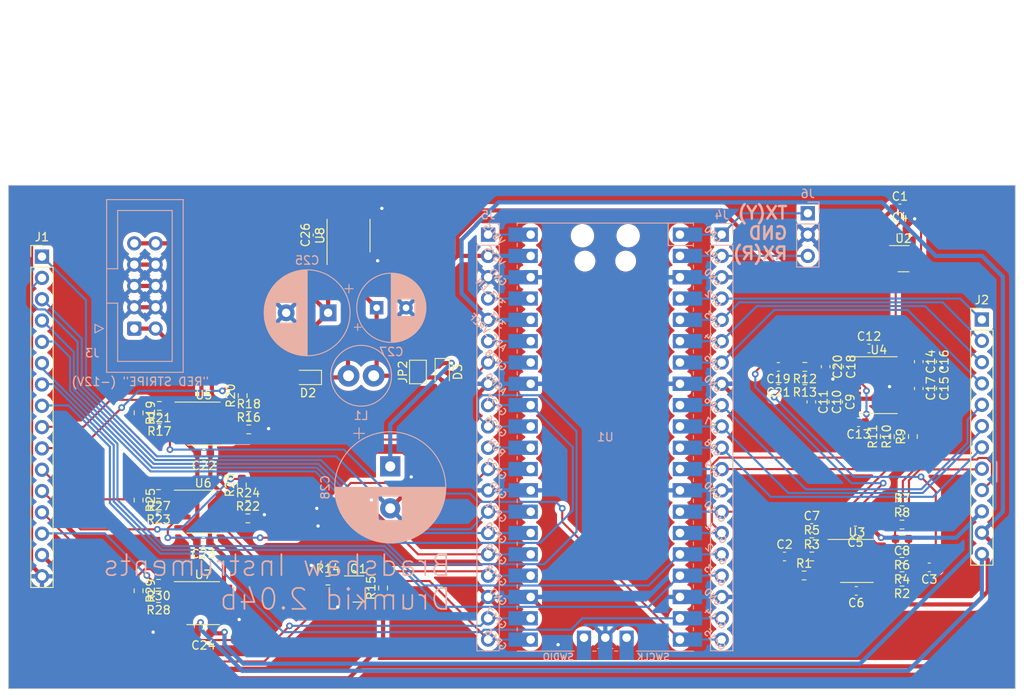
<source format=kicad_pcb>
(kicad_pcb (version 20221018) (generator pcbnew)
  (layers (0 "F.Cu" signal) (31 "B.Cu" signal) (34 "B.Paste" user) (35 "F.Paste" user) (36 "B.SilkS" user "B.Silkscreen") (37 "F.SilkS" user "F.Silkscreen") (38 "B.Mask" user) (39 "F.Mask" user) (44 "Edge.Cuts" user))
  (net 0 "")
  (net 1 "Net-(C2-Pad2)")
  (net 2 "Net-(C3-Pad2)")
  (net 3 "Net-(Q1-B)")
  (net 4 "GND")
  (net 5 "SYNC_IN")
  (net 6 "Net-(U3A--)")
  (net 7 "Net-(U3B--)")
  (net 8 "Net-(C8-Pad2)")
  (net 9 "Net-(U4-CAPP)")
  (net 10 "Net-(U4-CAPM)")
  (net 11 "Net-(U4-VNEG)")
  (net 12 "Net-(U4-LDOO)")
  (net 13 "Net-(D2-K)")
  (net 14 "Net-(D3-A)")
  (net 15 "SD_CLOCK")
  (net 16 "SD_SERIAL_OUT")
  (net 17 "SD_SERIAL_IN")
  (net 18 "SD_CHIP_SELECT")
  (net 19 "595_DATA")
  (net 20 "595_CLOCK")
  (net 21 "595_LATCH")
  (net 22 "DAC_DOUT")
  (net 23 "DAC_BCLK")
  (net 24 "DAC_LRC")
  (net 25 "165_LOAD")
  (net 26 "165_CLOCK")
  (net 27 "165_DATA")
  (net 28 "SYNC_OUT")
  (net 29 "4051_ADDRESS_A")
  (net 30 "4051_ADDRESS_B")
  (net 31 "4051_ADDRESS_C")
  (net 32 "4051_READING_0")
  (net 33 "4051_READING_1")
  (net 34 "TRIGGER_OUT_1_EURO")
  (net 35 "SERIAL_TX")
  (net 36 "LINE_OUT_L")
  (net 37 "+5V")
  (net 40 "TRIGGER_OUT_2_EURO")
  (net 41 "TRIGGER_OUT_3_EURO")
  (net 42 "TRIGGER_OUT_4_EURO")
  (net 43 "SYNC_IN_EURO")
  (net 44 "SYNC_OUT_EURO")
  (net 45 "EURO_OUT_1")
  (net 46 "EURO_OUT_2")
  (net 47 "Net-(U4-BCK)")
  (net 48 "Net-(U4-DIN)")
  (net 49 "Net-(U4-LRCK)")
  (net 50 "Net-(U4-OUTL)")
  (net 51 "+3.3VDAC")
  (net 52 "Net-(U4-OUTR)")
  (net 53 "LINE_OUT_R")
  (net 54 "Net-(U5B--)")
  (net 55 "+12V")
  (net 56 "-12V")
  (net 57 "Net-(U5A--)")
  (net 58 "Net-(C7-Pad2)")
  (net 59 "Net-(R18-Pad1)")
  (net 60 "Net-(R19-Pad1)")
  (net 61 "Net-(U6B--)")
  (net 62 "Net-(U6A--)")
  (net 63 "Net-(R24-Pad1)")
  (net 64 "Net-(R25-Pad1)")
  (net 65 "Net-(U7A--)")
  (net 66 "Net-(R29-Pad1)")
  (net 67 "Net-(U7B--)")
  (net 68 "+3.3V")
  (net 69 "SERIAL_RX")
  (net 70 "unconnected-(J5-Pin_1-Pad1)")
  (net 71 "unconnected-(J5-Pin_4-Pad4)")
  (net 72 "TRIGGER_OUT_1")
  (net 73 "TRIGGER_OUT_4")
  (net 74 "TRIGGER_OUT_3")
  (net 75 "TRIGGER_OUT_2")
  (net 76 "unconnected-(J5-Pin_6-Pad6)")
  (net 77 "unconnected-(J5-Pin_11-Pad11)")
  (footprint "Resistor_SMD:R_0603_1608Metric" (layer "F.Cu") (at 184.4325 79.945 90)
    (fp_text reference "R11")
    (fp_text value "56R")
  )
  (footprint "Resistor_SMD:R_0603_1608Metric" (layer "F.Cu") (at 186.485 90.435)
    (fp_text reference "R8")
    (fp_text value "1k")
  )
  (footprint "Resistor_SMD:R_0603_1608Metric" (layer "F.Cu") (at 186.485 97.235 180)
    (fp_text reference "R2")
    (fp_text value "39k")
  )
  (footprint "Package_SO:TSSOP-20_4.4x6.5mm_P0.65mm" (layer "F.Cu") (at 183.72 73.82)
    (fp_text reference "U4")
    (fp_text value "PCM5102")
  )
  (footprint "Package_SO:SOIC-8_3.9x4.9mm_P1.27mm" (layer "F.Cu") (at 120.532323 56 90)
    (fp_text reference "U8")
    (fp_text value "XL1509-5.0")
  )
  (footprint "Resistor_SMD:R_0603_1608Metric" (layer "F.Cu") (at 118.075 97.11)
    (fp_text reference "R14")
    (fp_text value "100K")
  )
  (footprint "Resistor_SMD:R_0603_1608Metric" (layer "F.Cu") (at 186.0825 79.945 90)
    (fp_text reference "R10")
    (fp_text value "56R")
  )
  (footprint "Resistor_SMD:R_0603_1608Metric" (layer "F.Cu") (at 95.515 77.12 -90)
    (fp_text reference "R19")
    (fp_text value "100k")
  )
  (footprint "Capacitor_SMD:C_0603_1608Metric" (layer "F.Cu") (at 189.735 95.535 180)
    (fp_text reference "C3")
    (fp_text value "10uF")
  )
  (footprint "Connector_PinHeader_2.54mm:PinHeader_1x16_P2.54mm_Vertical" (layer "F.Cu") (at 84 58.5)
    (fp_text reference "J1")
    (fp_text value "Left_Header")
  )
  (footprint "Capacitor_SMD:C_0603_1608Metric" (layer "F.Cu") (at 177.3825 71.62 -90)
    (fp_text reference "C20")
    (fp_text value "10uF")
  )
  (footprint "Capacitor_SMD:C_0603_1608Metric" (layer "F.Cu") (at 190.0825 71.02 -90)
    (fp_text reference "C16")
    (fp_text value "10uF")
  )
  (footprint "Diode_SMD:D_SOD-323" (layer "F.Cu") (at 131.7 72.25 -90)
    (fp_text reference "D3")
    (fp_text value "1N5819WS")
  )
  (footprint "Package_SO:SOIC-8_3.9x4.9mm_P1.27mm" (layer "F.Cu") (at 181.11 94.77)
    (fp_text reference "U3")
    (fp_text value "TL072")
  )
  (footprint "Capacitor_SMD:C_0603_1608Metric" (layer "F.Cu") (at 172.485 94.235)
    (fp_text reference "C2")
    (fp_text value "10uF")
  )
  (footprint "Capacitor_SMD:C_0603_1608Metric" (layer "F.Cu") (at 175.6825 75.82 -90)
    (fp_text reference "C11")
    (fp_text value "10uF")
  )
  (footprint "Resistor_SMD:R_0603_1608Metric" (layer "F.Cu") (at 175.735 94.235)
    (fp_text reference "R3")
    (fp_text value "5.6k")
  )
  (footprint "Resistor_SMD:R_0603_1608Metric" (layer "F.Cu") (at 107.915 75.07 90)
    (fp_text reference "R20")
    (fp_text value "1k")
  )
  (footprint "Capacitor_SMD:C_0603_1608Metric" (layer "F.Cu") (at 188.4825 71.02 -90)
    (fp_text reference "C14")
    (fp_text value "0.1uF")
  )
  (footprint "Package_TO_SOT_SMD:SOT-23" (layer "F.Cu") (at 186.67 58.75)
    (fp_text reference "U2")
    (fp_text value "AP7333-33SAG")
  )
  (footprint "Capacitor_SMD:C_0603_1608Metric" (layer "F.Cu") (at 186.23 52.76)
    (fp_text reference "C1")
    (fp_text value "1uF")
  )
  (footprint "Resistor_SMD:R_0603_1608Metric" (layer "F.Cu") (at 174.9075 73.245 180)
    (fp_text reference "R13")
    (fp_text value "470R")
  )
  (footprint "Package_SO:SOIC-8_3.9x4.9mm_P1.27mm" (layer "F.Cu") (at 103.29 78.4)
    (fp_text reference "U5")
    (fp_text value "TL072")
  )
  (footprint "Capacitor_SMD:C_0603_1608Metric" (layer "F.Cu") (at 188.4825 74.22 -90)
    (fp_text reference "C17")
    (fp_text value "0.1uF")
  )
  (footprint "Resistor_SMD:R_0603_1608Metric" (layer "F.Cu") (at 97.99 77.895 180)
    (fp_text reference "R17")
    (fp_text value "100k")
  )
  (footprint "Resistor_SMD:R_0603_1608Metric" (layer "F.Cu") (at 174.825 96.5)
    (fp_text reference "R1")
    (fp_text value "39k")
  )
  (footprint "Resistor_SMD:R_0603_1608Metric" (layer "F.Cu") (at 124.65 97.985 90)
    (fp_text reference "R15")
    (fp_text value "10K")
  )
  (footprint "Connector_PinHeader_2.54mm:PinHeader_1x12_P2.54mm_Vertical" (layer "F.Cu") (at 196 66)
    (fp_text reference "J2")
    (fp_text value "Right_Header")
  )
  (footprint "Resistor_SMD:R_0603_1608Metric" (layer "F.Cu") (at 97.99 76.295 180)
    (fp_text reference "R21")
    (fp_text value "1k")
  )
  (footprint "Capacitor_SMD:C_0603_1608Metric" (layer "F.Cu") (at 103.24 92.495 180)
    (fp_text reference "C23")
    (fp_text value "100n")
  )
  (footprint "Resistor_SMD:R_0603_1608Metric" (layer "F.Cu") (at 108.54 89.695)
    (fp_text reference "R22")
    (fp_text value "100k")
  )
  (footprint "Resistor_SMD:R_0603_1608Metric" (layer "F.Cu") (at 186.485 93.835 180)
    (fp_text reference "R6")
    (fp_text value "39k")
  )
  (footprint "Resistor_SMD:R_0603_1608Metric" (layer "F.Cu") (at 108.64 79.095)
    (fp_text reference "R16")
    (fp_text value "100k")
  )
  (footprint "Resistor_SMD:R_0603_1608Metric" (layer "F.Cu") (at 97.89 88.395 180)
    (fp_text reference "R23")
    (fp_text value "100k")
  )
  (footprint "Package_SO:SOIC-8_3.9x4.9mm_P1.27mm" (layer "F.Cu") (at 103.215 99.795)
    (fp_text reference "U7")
    (fp_text value "TL072")
  )
  (footprint "Resistor_SMD:R_0603_1608Metric" (layer "F.Cu") (at 97.89 99.195 180)
    (fp_text reference "R28")
    (fp_text value "100k")
  )
  (footprint "Resistor_SMD:R_0603_1608Metric" (layer "F.Cu") (at 186.485 88.735)
    (fp_text reference "R7")
    (fp_text value "1k")
  )
  (footprint "Capacitor_SMD:C_0603_1608Metric" (layer "F.Cu") (at 190.0825 74.22 -90)
    (fp_text reference "C15")
    (fp_text value "1uF")
  )
  (footprint "Capacitor_SMD:C_0603_1608Metric" (layer "F.Cu") (at 103.24 103.395 180)
    (fp_text reference "C24")
    (fp_text value "100n")
  )
  (footprint "Resistor_SMD:R_0603_1608Metric" (layer "F.Cu") (at 175.735 92.535)
    (fp_text reference "R5")
    (fp_text value "39k")
  )
  (footprint "Jumper:SolderJumper-2_P1.3mm_Open_Pad1.0x1.5mm" (layer "F.Cu") (at 128.8 72.250001 90)
    (fp_text reference "JP2")
    (fp_text value "SolderJumper_2_Open")
  )
  (footprint "Capacitor_SMD:C_0603_1608Metric" (layer "F.Cu") (at 181.035 98.335 180)
    (fp_text reference "C6")
    (fp_text value "100n")
  )
  (footprint "Resistor_SMD:R_0603_1608Metric" (layer "F.Cu") (at 107.815 85.72 90)
    (fp_text reference "R26")
    (fp_text value "1k")
  )
  (footprint "Capacitor_SMD:C_0603_1608Metric" (layer "F.Cu") (at 178.8825 75.82 -90)
    (fp_text reference "C9")
    (fp_text value "0.1uF")
  )
  (footprint "Capacitor_SMD:C_0603_1608Metric" (layer "F.Cu") (at 186.485 92.135 180)
    (fp_text reference "C8")
    (fp_text value "18p")
  )
  (footprint "Resistor_SMD:R_0603_1608Metric" (layer "F.Cu") (at 97.89 86.795 180)
    (fp_text reference "R27")
    (fp_text value "1k")
  )
  (footprint "Resistor_SMD:R_0603_1608Metric" (layer "F.Cu") (at 174.9075 71.645 180)
    (fp_text reference "R12")
    (fp_text value "470R")
  )
  (footprint "Capacitor_SMD:C_0603_1608Metric" (layer "F.Cu") (at 103.29 81.995 180)
    (fp_text reference "C22")
    (fp_text value "100n")
  )
  (footprint "Capacitor_SMD:C_0603_1608Metric" (layer "F.Cu") (at 180.935 91.135 180)
    (fp_text reference "C5")
    (fp_text value "100n")
  )
  (footprint "Resistor_SMD:R_0603_1608Metric" (layer "F.Cu") (at 186.485 95.535 180)
    (fp_text reference "R4")
    (fp_text value "5.6k")
  )
  (footprint "Resistor_SMD:R_0603_1608Metric" (layer "F.Cu") (at 108.64 77.495)
    (fp_text reference "R18")
    (fp_text value "100k")
  )
  (footprint "Capacitor_SMD:C_0603_1608Metric" (layer "F.Cu") (at 177.2825 75.82 -90)
    (fp_text reference "C10")
    (fp_text value "1uF")
  )
  (footprint "Capacitor_SMD:C_0603_1608Metric" (layer "F.Cu") (at 178.9825 71.62 -90)
    (fp_text reference "C18")
    (fp_text value "0.1uF")
  )
  (footprint "Capacitor_SMD:C_0603_1608Metric" (layer "F.Cu") (at 171.7575 73.245 180)
    (fp_text reference "C21")
    (fp_text value "2.2nF")
  )
  (footprint "Capacitor_SMD:C_0603_1608Metric" (layer "F.Cu") (at 175.735 90.835)
    (fp_text reference "C7")
    (fp_text value "18p")
  )
  (footprint "Package_SO:SOIC-8_3.9x4.9mm_P1.27mm" (layer "F.Cu") (at 103.215 88.895)
    (fp_text reference "U6")
    (fp_text value "TL072")
  )
  (footprint "Diode_SMD:D_SOD-323" (layer "F.Cu") (at 115.7 72.9 180)
    (fp_text reference "D2")
    (fp_text value "1N5819WS")
  )
  (footprint "Capacitor_SMD:C_0603_1608Metric" (layer "F.Cu") (at 182.5575 69.445)
    (fp_text reference "C12")
    (fp_text value "2.2uF")
  )
  (footprint "Capacitor_SMD:C_0603_1608Metric" (layer "F.Cu") (at 171.7575 71.645 180)
    (fp_text reference "C19")
    (fp_text value "2.2nF")
  )
  (footprint "Resistor_SMD:R_0603_1608Metric" (layer "F.Cu") (at 97.89 97.495 180)
    (fp_text reference "R30")
    (fp_text value "1k")
  )
  (footprint "Capacitor_SMD:C_0603_1608Metric" (layer "F.Cu") (at 116.832323 55.925 90)
    (fp_text reference "C26")
    (fp_text value "1uF")
  )
  (footprint "Capacitor_SMD:C_0603_1608Metric" (layer "F.Cu") (at 186.23 55.27)
    (fp_text reference "C4")
    (fp_text value "1uF")
  )
  (footprint "Capacitor_SMD:C_0603_1608Metric" (layer "F.Cu") (at 181.3075 78.245 180)
    (fp_text reference "C13")
    (fp_text value "2.2uF")
  )
  (footprint "Resistor_SMD:R_0603_1608Metric" (layer "F.Cu") (at 108.54 88.095)
    (fp_text reference "R24")
    (fp_text value "100k")
  )
  (footprint "Resistor_SMD:R_0603_1608Metric" (layer "F.Cu") (at 187.7825 79.945 90)
    (fp_text reference "R9")
    (fp_text value "56R")
  )
  (footprint "Package_TO_SOT_SMD:SOT-23" (layer "F.Cu") (at 121.7125 98.11)
    (fp_text reference "Q1")
    (fp_text value "MMBT3904")
  )
  (footprint "Resistor_SMD:R_0603_1608Metric" (layer "F.Cu") (at 95.515 87.52 -90)
    (fp_text reference "R25")
    (fp_text value "100k")
  )
  (footprint "Resistor_SMD:R_0603_1608Metric" (layer "F.Cu") (at 95.515 98.32 -90)
    (fp_text reference "R29")
    (fp_text value "100k")
  )
  (footprint "Capacitor_THT:CP_Radial_D13.0mm_P5.00mm" (layer "B.Cu") (at 125.5 83.5 -90)
    (fp_text reference "C28")
    (fp_text value "2200uF")
  )
  (footprint "Connector_IDC:IDC-Header_2x05_P2.54mm_Vertical" (layer "B.Cu") (at 95 67.08)
    (fp_text reference "J3")
    (fp_text value "Eurorack_Power")
  )
  (footprint "Inductor_THT:L_Radial_D7.0mm_P3.00mm" (layer "B.Cu") (at 120.532323 72.7)
    (fp_text reference "L1")
    (fp_text value "68uH/2A")
  )
  (footprint "Connector_PinHeader_2.54mm:PinHeader_1x20_P2.54mm_Vertical" (layer "B.Cu") (at 165 55.88 180)
    (fp_text reference "J4")
    (fp_text value "Conn_01x20_Pin")
  )
  (footprint "Capacitor_THT:CP_Radial_D8.0mm_P3.50mm" (layer "B.Cu") (at 123.879672 64.6)
    (fp_text reference "C27")
    (fp_text value "180uF 35V")
  )
  (footprint "Capacitor_THT:CP_Radial_D10.0mm_P5.00mm" (layer "B.Cu") (at 118.1 65.2 180)
    (fp_text reference "C25")
    (fp_text value "470uF 35V")
  )
  (footprint "Connector_PinHeader_2.54mm:PinHeader_1x03_P2.54mm_Vertical" (layer "B.Cu") (at 175.26 53.34 180)
    (fp_text reference "J6")
    (fp_text value "Conn_01x03_Pin")
  )
  (footprint "Connector_PinHeader_2.54mm:PinHeader_1x20_P2.54mm_Vertical" (layer "B.Cu") (at 137.16 55.88 180)
    (fp_text reference "J5")
    (fp_text value "Conn_01x20_Pin")
  )
  (footprint "MCU_RaspberryPi_and_Boards:RPi_Pico_SMD_TH" (layer "B.Cu") (at 151.13 80.01 180)
    (fp_text reference "U1")
    (fp_text value "Pico")
  )
  (gr_rect (start 80 50) (end 200 110) (stroke (width 0.1)) (fill none) (layer "Edge.Cuts"))
  (gr_text "{dblquote}RED STRIPE{dblquote} (-12V)" (at 104 74) (layer "B.SilkS") (effects (font (size 1 1)) (justify left bottom mirror)))
  (gr_text "Bradshaw Instruments\nDrumkid 2.04b" (at 132.9 100.8) (layer "B.SilkS") (effects (font (size 2.5 2.5) (thickness 0.2)) (justify left bottom mirror)))
  (gr_text "TX(Y)\nGND\nRX(R)" (at 173 59) (layer "B.SilkS") (effects (font (size 1.5 1.5) (thickness 0.3) bold) (justify left bottom mirror)))
  (segment (start 174.91 94.235) (end 173.26 94.235) (width 0.5) (layer "F.Cu") (net 1))
  (segment (start 173.26 95.76) (end 173.26 94.235) (width 0.25) (layer "F.Cu") (net 1))
  (segment (start 174 96.5) (end 173.26 95.76) (width 0.25) (layer "F.Cu") (net 1))
  (segment (start 187.31 95.535) (end 187.31 97.235) (width 0.25) (layer "F.Cu") (net 2))
  (segment (start 188.96 95.535) (end 187.31 95.535) (width 0.25) (layer "F.Cu") (net 2))
  (segment (start 120.775 97.16) (end 118.95 97.16) (width 0.25) (layer "F.Cu") (net 3))
  (segment (start 118.95 97.16) (end 118.9 97.11) (width 0.25) (layer "F.Cu") (net 3))
  (segment (start 145.5 102.32) (end 142.24 99.06) (width 0.5) (layer "F.Cu") (net 4))
  (segment (start 145.5 104.75) (end 145.5 102.32) (width 0.5) (layer "F.Cu") (net 4))
  (segment (start 151.13 103.91) (end 146.28 99.06) (width 0.5) (layer "F.Cu") (net 4))
  (segment (start 116.832323 55.15) (end 117.002323 55.15) (width 0.5) (layer "F.Cu") (net 4))
  (segment (start 180.8575 76.745) (end 180.8575 76.145) (width 0.5) (layer "F.Cu") (net 4))
  (segment (start 187.005 58.1475) (end 187.6075 58.75) (width 0.5) (layer "F.Cu") (net 4))
  (segment (start 123.725 53.525) (end 124.5 52.75) (width 0.5) (layer "F.Cu") (net 4))
  (segment (start 127.05 81.75) (end 128 82.7) (width 0.5) (layer "F.Cu") (net 4))
  (segment (start 105.69 101.7) (end 107.45 101.7) (width 0.5) (layer "F.Cu") (net 4))
  (segment (start 187.005 55.27) (end 187.005 58.1475) (width 0.5) (layer "F.Cu") (net 4))
  (segment (start 165 73.66) (end 170.5675 73.66) (width 0.5) (layer "F.Cu") (net 4))
  (segment (start 187.005 55.27) (end 187.005 54.995) (width 0.5) (layer "F.Cu") (net 4))
  (segment (start 167.935 76.595) (end 165 73.66) (width 0.5) (layer "F.Cu") (net 4))
  (segment (start 170.9825 73.245) (end 170.9825 71.645) (width 0.5) (layer "F.Cu") (net 4))
  (segment (start 175.65 96.5) (end 176.745 95.405) (width 0.5) (layer "F.Cu") (net 4))
  (segment (start 188.4825 71.795) (end 188.2325 71.545) (width 0.5) (layer "F.Cu") (net 4))
  (segment (start 181.925 98.335) (end 183.585 96.675) (width 0.5) (layer "F.Cu") (net 4))
  (segment (start 82.7 54.62) (end 82.7 95.26) (width 0.5) (layer "F.Cu") (net 4))
  (segment (start 123.5 81.75) (end 127.05 81.75) (width 0.5) (layer "F.Cu") (net 4))
  (segment (start 185.505 73.495) (end 185 74) (width 0.25) (layer "F.Cu") (net 4))
  (segment (start 178.8825 76.595) (end 175.6825 76.595) (width 0.5) (layer "F.Cu") (net 4))
  (segment (start 180.5325 78.245) (end 180.5325 77.07) (width 0.5) (layer "F.Cu") (net 4))
  (segment (start 179.0325 76.745) (end 178.8825 76.595) (width 0.5) (layer "F.Cu") (net 4))
  (segment (start 178.9825 72.395) (end 178.9505 72.395) (width 0.5) (layer "F.Cu") (net 4))
  (segment (start 97.25 101.75) (end 96 100.5) (width 0.5) (layer "F.Cu") (net 4))
  (segment (start 180.8575 76.745) (end 179.0325 76.745) (width 0.5) (layer "F.Cu") (net 4))
  (segment (start 188.4825 75.060317) (end 187.447817 76.095) (width 0.5) (layer "F.Cu") (net 4))
  (segment (start 185.1 96.675) (end 185.66 97.235) (width 0.5) (layer "F.Cu") (net 4))
  (segment (start 97.165 77.895) (end 97.165 77.915) (width 0.5) (layer "F.Cu") (net 4))
  (segment (start 181.81 98.335) (end 181.925 98.335) (width 0.5) (layer "F.Cu") (net 4))
  (segment (start 109.365 89.695) (end 110.055 89.695) (width 0.5) (layer "F.Cu") (net 4))
  (segment (start 191.205 71.795) (end 191.25 71.75) (width 0.5) (layer "F.Cu") (net 4))
  (segment (start 188.4825 74.995) (end 188.4825 75.060317) (width 0.5) (layer "F.Cu") (net 4))
  (segment (start 123.475 58.475) (end 124 59) (width 0.5) (layer "F.Cu") (net 4))
  (segment (start 190.0825 74.995) (end 188.4825 74.995) (width 0.5) (layer "F.Cu") (net 4))
  (segment (start 187.005 54.995) (end 188 54) (width 0.5) (layer "F.Cu") (net 4))
  (segment (start 109.465 79.095) (end 110.905 79.095) (width 0.5) (layer "F.Cu") (net 4))
  (segment (start 97.065 88.395) (end 97.065 88.565) (width 0.5) (layer "F.Cu") (net 4))
  (segment (start 186.5825 76.745) (end 186.5825 76.095) (width 0.5) (layer "F.Cu") (net 4))
  (segment (start 190.0825 71.795) (end 188.4825 71.795) (width 0.5) (layer "F.Cu") (net 4))
  (segment (start 179.1825 72.195) (end 178.9825 72.395) (width 0.5) (layer "F.Cu") (net 4))
  (segment (start 97.25 103.25) (end 97.25 101.75) (width 0.5) (layer "F.Cu") (net 4))
  (segment (start 97.165 77.915) (end 98 78.75) (width 0.5) (layer "F.Cu") (net 4))
  (segment (start 97.54 62) (end 95 62) (width 0.5) (layer "F.Cu") (net 4))
  (segment (start 110.055 89.695) (end 110.5 89.25) (width 0.5) (layer "F.Cu") (net 4))
  (segment (start 191.25 73.8275) (end 191.25 71.75) (width 0.5) (layer "F.Cu") (net 4))
  (segment (start 116.75 88.5) (end 123.5 81.75) (width 0.5) (layer "F.Cu") (net 4))
  (segment (start 117.002323 55.15) (end 118.627323 53.525) (width 0.5) (layer "F.Cu") (net 4))
  (segment (start 118.627323 53.525) (end 122.437323 53.525) (width 0.5) (layer "F.Cu") (net 4))
  (segment (start 105.25 84.8245) (end 108.9745 81.1) (width 0.5) (layer "F.Cu") (net 4))
  (segment (start 116.1 95.3) (end 116.1 91.4) (width 0.5) (layer "F.Cu") (net 4))
  (segment (start 120.775 99.06) (end 120.44 99.06) (width 0.5) (layer "F.Cu") (net 4))
  (segment (start 190.0825 71.795) (end 191.205 71.795) (width 0.5) (layer "F.Cu") (net 4))
  (segment (start 116.1 91.4) (end 116.9 90.6) (width 0.5) (layer "F.Cu") (net 4))
  (segment (start 188.2325 71.545) (end 186.92245 71.545) (width 0.5) (layer "F.Cu") (net 4))
  (segment (start 183.585 96.675) (end 180.458528 96.675) (width 0.5) (layer "F.Cu") (net 4))
  (segment (start 107.45 101.7) (end 107.5 101.75) (width 0.5) (layer "F.Cu") (net 4))
  (segment (start 146.28 99.06) (end 142.24 99.06) (width 0.5) (layer "F.Cu") (net 4))
  (segment (start 97.065 88.565) (end 97.75 89.25) (width 0.5) (layer "F.Cu") (net 4))
  (segment (start 97.54 59.46) (end 95 59.46) (width 0.5) (layer "F.Cu") (net 4))
  (segment (start 186.5825 73.495) (end 185.505 73.495) (width 0.25) (layer "F.Cu") (net 4))
  (segment (start 97.065 99.195) (end 97.065 99.435) (width 0.5) (layer "F.Cu") (net 4))
  (segment (start 97.065 99.435) (end 96 100.5) (width 0.5) (layer "F.Cu") (net 4))
  (segment (start 122.437323 53.525) (end 123.725 53.525) (width 0.5) (layer "F.Cu") (net 4))
  (segment (start 97.54 64.54) (end 95 64.54) (width 0.5) (layer "F.Cu") (net 4))
  (segment (start 180.458528 96.675) (end 179.188528 95.405) (width 0.5) (layer "F.Cu") (net 4))
  (segment (start 180.16 91.135) (end 180.16 94.433528) (width 0.5) (layer "F.Cu") (net 4))
  (segment (start 129.72 81.1) (end 137.16 73.66) (width 0.5) (layer "F.Cu") (net 4))
  (segment (start 180.16 94.433528) (end 179.188528 95.405) (width 0.5) (layer "F.Cu") (net 4))
  (segment (start 180.8575 72.195) (end 179.1825 72.195) (width 0.5) (layer "F.Cu") (net 4))
  (segment (start 190.0825 74.995) (end 191.25 73.8275) (width 0.5) (layer "F.Cu") (net 4))
  (segment (start 122.437323 58.475) (end 123.475 58.475) (width 0.5) (layer "F.Cu") (net 4))
  (segment (start 82.7 95.26) (end 84 96.56) (width 0.5) (layer "F.Cu") (net 4))
  (segment (start 178.9505 72.395) (end 178.25 73.0955) (width 0.5) (layer "F.Cu") (net 4))
  (segment (start 120.44 99.06) (end 119.25 100.25) (width 0.5) (layer "F.Cu") (net 4))
  (segment (start 85.935 51.385) (end 82.7 54.62) (width 0.5) (layer "F.Cu") (net 4))
  (segment (start 187.447817 76.095) (end 186.5825 76.095) (width 0.5) (layer "F.Cu") (net 4))
  (segment (start 178.9825 72.395) (end 177.3825 72.395) (width 0.5) (layer "F.Cu") (net 4))
  (segment (start 183.585 96.675) (end 185.1 96.675) (width 0.5) (layer "F.Cu") (net 4))
  (segment (start 170.5675 73.66) (end 170.9825 73.245) (width 0.5) (layer "F.Cu") (net 4))
  (segment (start 191.385 51.385) (end 85.935 51.385) (width 0.5) (layer "F.Cu") (net 4))
  (segment (start 110.905 79.095) (end 111 79) (width 0.5) (layer "F.Cu") (net 4))
  (segment (start 128 82.7) (end 128 84.75) (width 0.5) (layer "F.Cu") (net 4))
  (segment (start 179.188528 95.405) (end 178.635 95.405) (width 0.5) (layer "F.Cu") (net 4))
  (segment (start 108.9745 81.1) (end 129.72 81.1) (width 0.5) (layer "F.Cu") (net 4))
  (segment (start 187.005 52.76) (end 187.005 55.27) (width 0.5) (layer "F.Cu") (net 4))
  (segment (start 175.6825 76.595) (end 167.935 76.595) (width 0.5) (layer "F.Cu") (net 4))
  (segment (start 180.5325 77.07) (end 180.8575 76.745) (width 0.5) (layer "F.Cu") (net 4))
  (segment (start 176.745 95.405) (end 178.635 95.405) (width 0.5) (layer "F.Cu") (net 4))
  (via (at 116.1 95.3) (size 0.8) (drill 0.4) (layers "F.Cu" "B.Cu") (net 4))
  (via (at 97.75 89.25) (size 0.8) (drill 0.4) (layers "F.Cu" "B.Cu") (net 4))
  (via (at 119.25 100.25) (size 0.8) (drill 0.4) (layers "F.Cu" "B.Cu") (net 4))
  (via (at 97.25 103.25) (size 0.8) (drill 0.4) (layers "F.Cu" "B.Cu") (net 4))
  (via (at 188 54) (size 0.8) (drill 0.4) (layers "F.Cu" "B.Cu") (net 4))
  (via (at 185 74) (size 0.8) (drill 0.4) (layers "F.Cu" "B.Cu") (net 4))
  (via (at 111 79) (size 0.8) (drill 0.4) (layers "F.Cu" "B.Cu") (net 4))
  (via (at 105.25 84.8245) (size 0.8) (drill 0.4) (layers "F.Cu" "B.Cu") (net 4))
  (via (at 128 84.75) (size 0.8) (drill 0.4) (layers "F.Cu" "B.Cu") (net 4))
  (via (at 191.25 71.75) (size 0.8) (drill 0.4) (layers "F.Cu" "B.Cu") (net 4))
  (via (at 116.9 90.6) (size 0.8) (drill 0.4) (layers "F.Cu" "B.Cu") (net 4))
  (via (at 145.5 104.75) (size 0.8) (drill 0.4) (layers "F.Cu" "B.Cu") (net 4))
  (via (at 124.5 52.75) (size 0.8) (drill 0.4) (layers "F.Cu" "B.Cu") (net 4))
  (via (at 110.5 89.25) (size 0.8) (drill 0.4) (layers "F.Cu" "B.Cu") (net 4))
  (via (at 107.5 101.75) (size 0.8) (drill 0.4) (layers "F.Cu" "B.Cu") (net 4))
  (via (at 98 78.75) (size 0.8) (drill 0.4) (layers "F.Cu" "B.Cu") (net 4))
  (via (at 116.75 88.5) (size 0.8) (drill 0.4) (layers "F.Cu" "B.Cu") (net 4))
  (via (at 124 59) (size 0.8) (drill 0.4) (layers "F.Cu" "B.Cu") (net 4))
  (via (at 178.25 73.0955) (size 0.8) (drill 0.4) (layers "F.Cu" "B.Cu") (net 4))
  (segment (start 116.1 97.1) (end 116.1 95.3) (width 0.5) (layer "B.Cu") (net 4))
  (segment (start 97.75 89.25) (end 102.1755 84.8245) (width 0.5) (layer "B.Cu") (net 4))
  (segment (start 160.02 73.66) (end 165 73.66) (width 0.5) (layer "B.Cu") (net 4))
  (segment (start 160.02 60.96) (end 165 60.96) (width 0.5) (layer "B.Cu") (net 4))
  (segment (start 137.16 60.96) (end 142.24 60.96) (width 0.5) (layer "B.Cu") (net 4))
  (segment (start 119.25 100.25) (end 116.1 97.1) (width 0.5) (layer "B.Cu") (net 4))
  (segment (start 165 99.06) (end 160.02 99.06) (width 0.5) (layer "B.Cu") (net 4))
  (segment (start 142.24 73.66) (end 137.16 73.66) (width 0.5) (layer "B.Cu") (net 4))
  (segment (start 116.9 88.65) (end 116.75 88.5) (width 0.5) (layer "B.Cu") (net 4))
  (segment (start 142.24 99.06) (end 137.16 99.06) (width 0.5) (layer "B.Cu") (net 4))
  (segment (start 116.9 90.6) (end 116.9 88.65) (width 0.5) (layer "B.Cu") (net 4))
  (segment (start 102.1755 84.8245) (end 105.25 84.8245) (width 0.5) (layer "B.Cu") (net 4))
  (segment (start 160.02 86.36) (end 165 86.36) (width 0.5) (layer "B.Cu") (net 4))
  (segment (start 137.16 86.36) (end 142.24 86.36) (width 0.5) (layer "B.Cu") (net 4))
  (segment (start 130.18 97.16) (end 137.16 104.14) (width 0.25) (layer "F.Cu") (net 5))
  (segment (start 123.6 97.16) (end 122.65 98.11) (width 0.25) (layer "F.Cu") (net 5))
  (segment (start 124.65 97.16) (end 130.18 97.16) (width 0.25) (layer "F.Cu") (net 5))
  (segment (start 124.65 97.16) (end 123.6 97.16) (width 0.25) (layer "F.Cu") (net 5))
  (segment (start 142.24 104.14) (end 137.16 104.14) (width 0.25) (layer "B.Cu") (net 5))
  (segment (start 176.66 94.135) (end 176.56 94.235) (width 0.5) (layer "F.Cu") (net 6))
  (segment (start 174.91 92.535) (end 174.91 90.885) (width 0.5) (layer "F.Cu") (net 6))
  (segment (start 178.635 94.135) (end 176.66 94.135) (width 0.5) (layer "F.Cu") (net 6))
  (segment (start 176.56 94.185) (end 174.91 92.535) (width 0.5) (layer "F.Cu") (net 6))
  (segment (start 176.56 94.235) (end 176.56 94.185) (width 0.5) (layer "F.Cu") (net 6))
  (segment (start 174.91 90.885) (end 174.96 90.835) (width 0.5) (layer "F.Cu") (net 6))
  (segment (start 187.31 93.835) (end 187.31 92.185) (width 0.25) (layer "F.Cu") (net 7))
  (segment (start 187.31 93.835) (end 187.31 93.885) (width 0.25) (layer "F.Cu") (net 7))
  (segment (start 185.66 95.535) (end 183.715 95.535) (width 0.25) (layer "F.Cu") (net 7))
  (segment (start 187.31 93.885) (end 185.66 95.535) (width 0.25) (layer "F.Cu") (net 7))
  (segment (start 187.31 92.185) (end 187.26 92.135) (width 0.25) (layer "F.Cu") (net 7))
  (segment (start 183.715 95.535) (end 183.585 95.405) (width 0.25) (layer "F.Cu") (net 7))
  (segment (start 185.71 93.785) (end 185.66 93.835) (width 0.25) (layer "F.Cu") (net 8))
  (segment (start 185.66 92.085) (end 185.71 92.135) (width 0.25) (layer "F.Cu") (net 8))
  (segment (start 185.66 93.835) (end 183.885 93.835) (width 0.25) (layer "F.Cu") (net 8))
  (segment (start 183.885 93.835) (end 183.585 94.135) (width 0.25) (layer "F.Cu") (net 8))
  (segment (start 185.66 90.435) (end 185.66 92.085) (width 0.25) (layer "F.Cu") (net 8))
  (segment (start 185.71 92.135) (end 185.71 93.785) (width 0.25) (layer "F.Cu") (net 8))
  (segment (start 182 69.6625) (end 181.7825 69.445) (width 0.25) (layer "F.Cu") (net 9))
  (segment (start 182 71.091041) (end 182 69.6625) (width 0.25) (layer "F.Cu") (net 9))
  (segment (start 180.8575 71.545) (end 181.546041 71.545) (width 0.25) (layer "F.Cu") (net 9))
  (segment (start 181.546041 71.545) (end 182 71.091041) (width 0.25) (layer "F.Cu") (net 9))
  (segment (start 183.175 69.6025) (end 183.175 71.216041) (width 0.25) (layer "F.Cu") (net 10))
  (segment (start 183.175 71.216041) (end 181.546041 72.845) (width 0.25) (layer "F.Cu") (net 10))
  (segment (start 183.3325 69.445) (end 183.175 69.6025) (width 0.25) (layer "F.Cu") (net 10))
  (segment (start 181.546041 72.845) (end 180.8575 72.845) (width 0.25) (layer "F.Cu") (net 10))
  (segment (start 181.546041 73.495) (end 182.25 74.198959) (width 0.25) (layer "F.Cu") (net 11))
  (segment (start 180.8575 73.495) (end 181.546041 73.495) (width 0.25) (layer "F.Cu") (net 11))
  (segment (start 182.25 74.198959) (end 182.25 74.5) (width 0.25) (layer "F.Cu") (net 11))
  (segment (start 182.25 77.25) (end 182.25 78.0775) (width 0.25) (layer "F.Cu") (net 11))
  (segment (start 182.25 78.0775) (end 182.0825 78.245) (width 0.25) (layer "F.Cu") (net 11))
  (via (at 182.25 77.25) (size 0.8) (drill 0.4) (layers "F.Cu" "B.Cu") (net 11))
  (via (at 182.25 74.5) (size 0.8) (drill 0.4) (layers "F.Cu" "B.Cu") (net 11))
  (segment (start 182.25 74.5) (end 182.25 77.25) (width 0.25) (layer "B.Cu") (net 11))
  (segment (start 187.271041 72.195) (end 186.5825 72.195) (width 0.25) (layer "F.Cu") (net 12))
  (segment (start 190.0825 73.445) (end 188.4825 73.445) (width 0.25) (layer "F.Cu") (net 12))
  (segment (start 188.4825 73.445) (end 188.4825 73.406459) (width 0.25) (layer "F.Cu") (net 12))
  (segment (start 188.4825 73.406459) (end 187.271041 72.195) (width 0.25) (layer "F.Cu") (net 12))
  (segment (start 120.467323 72.635) (end 120.467323 62.1776) (width 0.5) (layer "F.Cu") (net 13))
  (segment (start 120.332323 72.9) (end 120.532323 72.7) (width 0.5) (layer "F.Cu") (net 13))
  (segment (start 119.897323 61.6076) (end 119.897323 58.475) (width 0.5) (layer "F.Cu") (net 13))
  (segment (start 120.532323 72.7) (end 120.467323 72.635) (width 0.5) (layer "F.Cu") (net 13))
  (segment (start 116.75 72.9) (end 120.332323 72.9) (width 0.5) (layer "F.Cu") (net 13))
  (segment (start 120.467323 62.1776) (end 119.897323 61.6076) (width 0.5) (layer "F.Cu") (net 13))
  (segment (start 128.599999 72.7) (end 128.8 72.900001) (width 0.5) (layer "F.Cu") (net 14))
  (segment (start 128.8 72.900001) (end 131.300001 72.900001) (width 0.5) (layer "F.Cu") (net 14))
  (segment (start 131.300001 72.900001) (end 131.7 73.3) (width 0.5) (layer "F.Cu") (net 14))
  (segment (start 123.879672 72.352651) (end 123.532323 72.7) (width 0.5) (layer "F.Cu") (net 14))
  (segment (start 123.532323 72.7) (end 128.599999 72.7) (width 0.5) (layer "F.Cu") (net 14))
  (segment (start 121.167323 61.887651) (end 123.879672 64.6) (width 0.5) (layer "F.Cu") (net 14))
  (segment (start 123.879672 64.6) (end 123.879672 72.352651) (width 0.5) (layer "F.Cu") (net 14))
  (segment (start 121.167323 58.475) (end 121.167323 61.887651) (width 0.5) (layer "F.Cu") (net 14))
  (segment (start 196 66.08) (end 193.42 63.5) (width 0.25) (layer "B.Cu") (net 15))
  (segment (start 160.02 63.5) (end 165 63.5) (width 0.25) (layer "B.Cu") (net 15))
  (segment (start 193.42 63.5) (end 165 63.5) (width 0.25) (layer "B.Cu") (net 15))
  (segment (start 165 68.58) (end 169.18 64.4) (width 0.25) (layer "B.Cu") (net 16))
  (segment (start 169.18 64.4) (end 169.75 64.4) (width 0.25) (layer "B.Cu") (net 16))
  (segment (start 189.24 64.4) (end 169.75 64.4) (width 0.25) (layer "B.Cu") (net 16))
  (segment (start 160.02 68.58) (end 165 68.58) (width 0.25) (layer "B.Cu") (net 16))
  (segment (start 196 71.16) (end 189.24 64.4) (width 0.25) (layer "B.Cu") (net 16))
  (segment (start 167.09 63.95) (end 165 66.04) (width 0.25) (layer "B.Cu") (net 17))
  (segment (start 160.02 66.04) (end 165 66.04) (width 0.25) (layer "B.Cu") (net 17))
  (segment (start 196 68.62) (end 191.33 63.95) (width 0.25) (layer "B.Cu") (net 17))
  (segment (start 191.33 63.95) (end 167.09 63.95) (width 0.25) (layer "B.Cu") (net 17))
  (segment (start 187.15 64.85) (end 196 73.7) (width 0.25) (layer "B.Cu") (net 18))
  (segment (start 171.27 64.85) (end 187.15 64.85) (width 0.25) (layer "B.Cu") (net 18))
  (segment (start 165 71.12) (end 171.27 64.85) (width 0.25) (layer "B.Cu") (net 18))
  (segment (start 160.02 71.12) (end 165 71.12) (width 0.25) (layer "B.Cu") (net 18))
  (segment (start 175.025 86.225) (end 165 76.2) (width 0.25) (layer "B.Cu") (net 19))
  (segment (start 194.3 80.7) (end 188.775 86.225) (width 0.25) (layer "B.Cu") (net 19))
  (segment (start 194.3 77.94) (end 194.3 80.7) (width 0.25) (layer "B.Cu") (net 19))
  (segment (start 160.02 76.2) (end 165 76.2) (width 0.25) (layer "B.Cu") (net 19))
  (segment (start 188.775 86.225) (end 175.025 86.225) (width 0.25) (layer "B.Cu") (net 19))
  (segment (start 196 76.24) (end 194.3 77.94) (width 0.25) (layer "B.Cu") (net 19))
  (segment (start 194.75 80.886396) (end 188.961396 86.675) (width 0.25) (layer "B.Cu") (net 20))
  (segment (start 194.75 80.45) (end 194.75 80.886396) (width 0.25) (layer "B.Cu") (net 20))
  (segment (start 188.961396 86.675) (end 172.935 86.675) (width 0.25) (layer "B.Cu") (net 20))
  (segment (start 172.935 86.675) (end 165 78.74) (width 0.25) (layer "B.Cu") (net 20))
  (segment (start 160.02 78.74) (end 165 78.74) (width 0.25) (layer "B.Cu") (net 20))
  (segment (start 196 78.78) (end 196 79.2) (width 0.25) (layer "B.Cu") (net 20))
  (segment (start 196 79.2) (end 194.75 80.45) (width 0.25) (layer "B.Cu") (net 20))
  (segment (start 160.02 81.28) (end 165 81.28) (width 0.25) (layer "B.Cu") (net 21))
  (segment (start 170.845 87.125) (end 165 81.28) (width 0.25) (layer "B.Cu") (net 21))
  (segment (start 190.195 87.125) (end 170.845 87.125) (width 0.25) (layer "B.Cu") (net 21))
  (segment (start 196 81.32) (end 190.195 87.125) (width 0.25) (layer "B.Cu") (net 21))
  (segment (start 183.0325 83.82) (end 165 83.82) (width 0.25) (layer "F.Cu") (net 22))
  (segment (start 186.0825 80.77) (end 183.0325 83.82) (width 0.25) (layer "F.Cu") (net 22))
  (segment (start 165 83.82) (end 160.02 83.82) (width 0.25) (layer "B.Cu") (net 22))
  (segment (start 179.6525 88.9) (end 187.7825 80.77) (width 0.25) (layer "F.Cu") (net 23))
  (segment (start 165 88.9) (end 179.6525 88.9) (width 0.25) (layer "F.Cu") (net 23))
  (segment (start 165 88.9) (end 160.02 88.9) (width 0.25) (layer "B.Cu") (net 23))
  (segment (start 182.7475 82.455) (end 184.4325 80.77) (width 0.25) (layer "F.Cu") (net 24))
  (segment (start 164.703299 82.455) (end 182.7475 82.455) (width 0.25) (layer "F.Cu") (net 24))
  (segment (start 163.825 90.265) (end 163.825 83.333299) (width 0.25) (layer "F.Cu") (net 24))
  (segment (start 163.825 83.333299) (end 164.703299 82.455) (width 0.25) (layer "F.Cu") (net 24))
  (segment (start 165 91.44) (end 163.825 90.265) (width 0.25) (layer "F.Cu") (net 24))
  (segment (start 160.02 91.44) (end 165 91.44) (width 0.25) (layer "B.Cu") (net 24))
  (segment (start 84 71.795584) (end 93 80.795584) (width 0.25) (layer "B.Cu") (net 25))
  (segment (start 165 93.98) (end 160.02 93.98) (width 0.25) (layer "B.Cu") (net 25))
  (segment (start 84 71.16) (end 84 71.795584) (width 0.25) (layer "B.Cu") (net 25))
  (segment (start 93 80.795584) (end 93 87.5) (width 0.25) (layer "B.Cu") (net 25))
  (segment (start 93 87.5) (end 98.5 93) (width 0.25) (layer "B.Cu") (net 25))
  (segment (start 129.535812 97.695) (end 156.305 97.695) (width 0.25) (layer "B.Cu") (net 25))
  (segment (start 156.305 97.695) (end 160.02 93.98) (width 0.25) (layer "B.Cu") (net 25))
  (segment (start 98.5 93) (end 124.840812 93) (width 0.25) (layer "B.Cu") (net 25))
  (segment (start 124.840812 93) (end 129.535812 97.695) (width 0.25) (layer "B.Cu") (net 25))
  (segment (start 92.55 87.686396) (end 98.313604 93.45) (width 0.25) (layer "B.Cu") (net 26))
  (segment (start 84 73.7) (end 85.26802 73.7) (width 0.25) (layer "B.Cu") (net 26))
  (segment (start 131.439416 100.235) (end 156.305 100.235) (width 0.25) (layer "B.Cu") (net 26))
  (segment (start 160.02 96.52) (end 165 96.52) (width 0.25) (layer "B.Cu") (net 26))
  (segment (start 156.305 100.235) (end 160.02 96.52) (width 0.25) (layer "B.Cu") (net 26))
  (segment (start 92.55 80.98198) (end 92.55 87.686396) (width 0.25) (layer "B.Cu") (net 26))
  (segment (start 98.313604 93.45) (end 124.654416 93.45) (width 0.25) (layer "B.Cu") (net 26))
  (segment (start 124.654416 93.45) (end 131.439416 100.235) (width 0.25) (layer "B.Cu") (net 26))
  (segment (start 85.26802 73.7) (end 92.55 80.98198) (width 0.25) (layer "B.Cu") (net 26))
  (segment (start 87.171624 76.24) (end 92.090812 81.159188) (width 0.25) (layer "B.Cu") (net 27))
  (segment (start 136.388299 103.25) (end 136.673299 102.965) (width 0.25) (layer "B.Cu") (net 27))
  (segment (start 84 76.24) (end 87.171624 76.24) (width 0.25) (layer "B.Cu") (net 27))
  (segment (start 103.4 93.9) (end 112.75 103.25) (width 0.25) (layer "B.Cu") (net 27))
  (segment (start 160.02 101.6) (end 165 101.6) (width 0.25) (layer "B.Cu") (net 27))
  (segment (start 148.4 101.6) (end 160.02 101.6) (width 0.25) (layer "B.Cu") (net 27))
  (segment (start 92.090812 87.863604) (end 98.127208 93.9) (width 0.25) (layer "B.Cu") (net 27))
  (segment (start 112.75 103.25) (end 136.388299 103.25) (width 0.25) (layer "B.Cu") (net 27))
  (segment (start 98.127208 93.9) (end 103.4 93.9) (width 0.25) (layer "B.Cu") (net 27))
  (segment (start 136.673299 102.965) (end 147.035 102.965) (width 0.25) (layer "B.Cu") (net 27))
  (segment (start 147.035 102.965) (end 148.4 101.6) (width 0.25) (layer "B.Cu") (net 27))
  (segment (start 92.090812 81.159188) (end 92.090812 87.863604) (width 0.25) (layer "B.Cu") (net 27))
  (segment (start 100.363249 100.43) (end 99.44 101.353249) (width 0.25) (layer "F.Cu") (net 28))
  (segment (start 100.74 100.43) (end 100.363249 100.43) (width 0.25) (layer "F.Cu") (net 28))
  (segment (start 99.44 102.19) (end 101.445 104.195) (width 0.25) (layer "F.Cu") (net 28))
  (segment (start 101.445 104.195) (end 111.805 104.195) (width 0.25) (layer "F.Cu") (net 28))
  (segment (start 111.805 104.195) (end 113.5 102.5) (width 0.25) (layer "F.Cu") (net 28))
  (segment (start 99.44 101.353249) (end 99.44 102.19) (width 0.25) (layer "F.Cu") (net 28))
  (via (at 113.5 102.5) (size 0.8) (drill 0.4) (layers "F.Cu" "B.Cu") (net 28))
  (segment (start 136.26 102.5) (end 137.16 101.6) (width 0.25) (layer "B.Cu") (net 28))
  (segment (start 137.16 101.6) (end 142.24 101.6) (width 0.25) (layer "B.Cu") (net 28))
  (segment (start 113.5 102.5) (end 136.26 102.5) (width 0.25) (layer "B.Cu") (net 28))
  (segment (start 123.25 88.406676) (end 128.823324 93.98) (width 0.25) (layer "F.Cu") (net 29))
  (segment (start 123.25 87.5) (end 123.25 88.406676) (width 0.25) (layer "F.Cu") (net 29))
  (segment (start 128.823324 93.98) (end 137.16 93.98) (width 0.25) (layer "F.Cu") (net 29))
  (via (at 123.25 87.5) (size 0.8) (drill 0.4) (layers "F.Cu" "B.Cu") (net 29))
  (segment (start 97.686396 82.3) (end 89.25 73.863604) (width 0.25) (layer "B.Cu") (net 29))
  (segment (start 89.25 73.863604) (end 89.25 63.71) (width 0.25) (layer "B.Cu") (net 29))
  (segment (start 89.25 63.71) (end 84 58.46) (width 0.25) (layer "B.Cu") (net 29))
  (segment (start 142.24 93.98) (end 137.16 93.98) (width 0.25) (layer "B.Cu") (net 29))
  (segment (start 123.25 86.5) (end 119.05 82.3) (width 0.25) (layer "B.Cu") (net 29))
  (segment (start 119.05 82.3) (end 97.686396 82.3) (width 0.25) (layer "B.Cu") (net 29))
  (segment (start 123.25 87.5) (end 123.25 86.5) (width 0.25) (layer "B.Cu") (net 29))
  (segment (start 116.95 83.2) (end 97.313604 83.2) (width 0.25) (layer "B.Cu") (net 30))
  (segment (start 137.16 91.44) (end 125.19 91.44) (width 0.25) (layer "B.Cu") (net 30))
  (segment (start 88.25 74.136396) (end 88.25 68.668299) (width 0.25) (layer "B.Cu") (net 30))
  (segment (start 84.381701 64.8) (end 83.5 64.8) (width 0.25) (layer "B.Cu") (net 30))
  (segment (start 88.25 68.668299) (end 84.381701 64.8) (width 0.25) (layer "B.Cu") (net 30))
  (segment (start 82.75 64.05) (end 82.75 62.25) (width 0.25) (layer "B.Cu") (net 30))
  (segment (start 82.75 62.25) (end 84 61) (width 0.25) (layer "B.Cu") (net 30))
  (segment (start 125.19 91.44) (end 116.95 83.2) (width 0.25) (layer "B.Cu") (net 30))
  (segment (start 137.16 91.44) (end 142.24 91.44) (width 0.25) (layer "B.Cu") (net 30))
  (segment (start 83.5 64.8) (end 82.75 64.05) (width 0.25) (layer "B.Cu") (net 30))
  (segment (start 97.313604 83.2) (end 88.25 74.136396) (width 0.25) (layer "B.Cu") (net 30))
  (segment (start 137.16 88.9) (end 135.07 90.99) (width 0.25) (layer "B.Cu") (net 31))
  (segment (start 125.49 90.99) (end 117.25 82.75) (width 0.25) (layer "B.Cu") (net 31))
  (segment (start 135.07 90.99) (end 125.49 90.99) (width 0.25) (layer "B.Cu") (net 31))
  (segment (start 88.75 74) (end 88.75 68.29) (width 0.25) (layer "B.Cu") (net 31))
  (segment (start 88.75 68.29) (end 84 63.54) (width 0.25) (layer "B.Cu") (net 31))
  (segment (start 117.25 82.75) (end 97.5 82.75) (width 0.25) (layer "B.Cu") (net 31))
  (segment (start 142.24 88.9) (end 137.16 88.9) (width 0.25) (layer "B.Cu") (net 31))
  (segment (start 97.5 82.75) (end 88.75 74) (width 0.25) (layer "B.Cu") (net 31))
  (segment (start 135.985 75.515) (end 135.985 77.565) (width 0.25) (layer "B.Cu") (net 32))
  (segment (start 147.7 79.31) (end 143.415 75.025) (width 0.25) (layer "B.Cu") (net 32))
  (segment (start 87.35 74.509188) (end 96.940812 84.1) (width 0.25) (layer "B.Cu") (net 32))
  (segment (start 147.7 91.3) (end 147.7 79.31) (width 0.25) (layer "B.Cu") (net 32))
  (segment (start 143.845 95.155) (end 147.7 91.3) (width 0.25) (layer "B.Cu") (net 32))
  (segment (start 135.985 77.565) (end 137.16 78.74) (width 0.25) (layer "B.Cu") (net 32))
  (segment (start 96.940812 84.1) (end 116.577208 84.1) (width 0.25) (layer "B.Cu") (net 32))
  (segment (start 87.35 70.5) (end 87.35 74.509188) (width 0.25) (layer "B.Cu") (net 32))
  (segment (start 116.577208 84.1) (end 127.632208 95.155) (width 0.25) (layer "B.Cu") (net 32))
  (segment (start 142.24 78.74) (end 137.16 78.74) (width 0.25) (layer "B.Cu") (net 32))
  (segment (start 143.415 75.025) (end 136.475 75.025) (width 0.25) (layer "B.Cu") (net 32))
  (segment (start 127.632208 95.155) (end 143.845 95.155) (width 0.25) (layer "B.Cu") (net 32))
  (segment (start 85.47 68.62) (end 87.35 70.5) (width 0.25) (layer "B.Cu") (net 32))
  (segment (start 136.475 75.025) (end 135.985 75.515) (width 0.25) (layer "B.Cu") (net 32))
  (segment (start 84 68.62) (end 85.47 68.62) (width 0.25) (layer "B.Cu") (net 32))
  (segment (start 97.127208 83.65) (end 116.763604 83.65) (width 0.25) (layer "B.Cu") (net 33))
  (segment (start 87.8 69.88) (end 87.8 74.322792) (width 0.25) (layer "B.Cu") (net 33))
  (segment (start 147.25 88.75) (end 147.25 81.21) (width 0.25) (layer "B.Cu") (net 33))
  (segment (start 84 66.08) (end 87.8 69.88) (width 0.25) (layer "B.Cu") (net 33))
  (segment (start 137.16 76.2) (end 142.24 76.2) (width 0.25) (layer "B.Cu") (net 33))
  (segment (start 125.728604 92.615) (end 143.385 92.615) (width 0.25) (layer "B.Cu") (net 33))
  (segment (start 147.25 81.21) (end 142.24 76.2) (width 0.25) (layer "B.Cu") (net 33))
  (segment (start 116.763604 83.65) (end 125.728604 92.615) (width 0.25) (layer "B.Cu") (net 33))
  (segment (start 143.385 92.615) (end 147.25 88.75) (width 0.25) (layer "B.Cu") (net 33))
  (segment (start 87.8 74.322792) (end 97.127208 83.65) (width 0.25) (layer "B.Cu") (net 33))
  (segment (start 88.97 78.78) (end 84 78.78) (width 0.25) (layer "F.Cu") (net 34))
  (segment (start 96.44 75.57) (end 92.18 75.57) (width 0.25) (layer "F.Cu") (net 34))
  (segment (start 97.165 76.295) (end 96.44 75.57) (width 0.25) (layer "F.Cu") (net 34))
  (segment (start 92.18 75.57) (end 88.97 78.78) (width 0.25) (layer "F.Cu") (net 34))
  (segment (start 160.02 55.88) (end 165 55.88) (width 0.25) (layer "B.Cu") (net 35))
  (segment (start 175.26 53.34) (end 167.54 53.34) (width 0.25) (layer "B.Cu") (net 35))
  (segment (start 167.54 53.34) (end 165 55.88) (width 0.25) (layer "B.Cu") (net 35))
  (segment (start 172.5325 71.645) (end 171.7325 70.845) (width 0.25) (layer "F.Cu") (net 36))
  (segment (start 171.7325 70.845) (end 170.405 70.845) (width 0.25) (layer "F.Cu") (net 36))
  (segment (start 174.0825 71.645) (end 172.5325 71.645) (width 0.25) (layer "F.Cu") (net 36))
  (segment (start 173.25 89.5) (end 171.71 91.04) (width 0.25) (layer "F.Cu") (net 36))
  (segment (start 180.25 89.5) (end 173.25 89.5) (width 0.25) (layer "F.Cu") (net 36))
  (segment (start 171.71 91.04) (end 171.71 94.235) (width 0.25) (layer "F.Cu") (net 36))
  (segment (start 184.25 85.5) (end 180.25 89.5) (width 0.25) (layer "F.Cu") (net 36))
  (segment (start 170.405 70.845) (end 169 72.25) (width 0.25) (layer "F.Cu") (net 36))
  (segment (start 169 72.25) (end 169 72.5) (width 0.25) (layer "F.Cu") (net 36))
  (via (at 169 72.5) (size 0.8) (drill 0.4) (layers "F.Cu" "B.Cu") (net 36))
  (via (at 184.25 85.5) (size 0.8) (drill 0.4) (layers "F.Cu" "B.Cu") (net 36))
  (segment (start 180.474695 85.5) (end 184.25 85.5) (width 0.25) (layer "B.Cu") (net 36))
  (segment (start 169 72.5) (end 169 74.025305) (width 0.25) (layer "B.Cu") (net 36))
  (segment (start 169 74.025305) (end 180.474695 85.5) (width 0.25) (layer "B.Cu") (net 36))
  (segment (start 174 62) (end 181.5325 62) (width 0.5) (layer "F.Cu") (net 37))
  (segment (start 132.8 71.2) (end 131.7 71.2) (width 0.5) (layer "F.Cu") (net 37))
  (segment (start 128.8 71.600001) (end 131.299999 71.600001) (width 0.5) (layer "F.Cu") (net 37))
  (segment (start 165 53) (end 174 62) (width 0.5) (layer "F.Cu") (net 37))
  (segment (start 181.5325 62) (end 185.7325 57.8) (width 0.5) (layer "F.Cu") (net 37))
  (segment (start 133.502323 56.097677) (end 136.6 53) (width 0.5) (layer "F.Cu") (net 37))
  (segment (start 184.555 56.6225) (end 184.555 53.66) (width 0.5) (layer "F.Cu") (net 37))
  (segment (start 184.555 53.66) (end 185.455 52.76) (width 0.5) (layer "F.Cu") (net 37))
  (segment (start 136.6 53) (end 165 53) (width 0.5) (layer "F.Cu") (net 37))
  (segment (start 131.299999 71.600001) (end 131.7 71.2) (width 0.5) (layer "F.Cu") (net 37))
  (segment (start 133.502323 58.42) (end 137.16 58.42) (width 0.5) (layer "F.Cu") (net 37))
  (segment (start 128.8 63.122323) (end 133.502323 58.42) (width 0.5) (layer "F.Cu") (net 37))
  (segment (start 128.8 71.600001) (end 128.8 63.122323) (width 0.5) (layer "F.Cu") (net 37))
  (segment (start 133.502323 58.42) (end 133.502323 56.097677) (width 0.5) (layer "F.Cu") (net 37))
  (segment (start 185.7325 57.8) (end 184.555 56.6225) (width 0.5) (layer "F.Cu") (net 37))
  (via (at 132.8 71.2) (size 0.8) (drill 0.4) (layers "F.Cu" "B.Cu") (net 37))
  (segment (start 137.16 58.42) (end 142.24 58.42) (width 0.5) (layer "B.Cu") (net 37))
  (segment (start 125.5 83.5) (end 125.5 78.5) (width 0.5) (layer "B.Cu") (net 37))
  (segment (start 125.5 78.5) (end 132.8 71.2) (width 0.5) (layer "B.Cu") (net 37))
  (segment (start 93.5 76.5) (end 88.68 81.32) (width 0.25) (layer "F.Cu") (net 40))
  (segment (start 107.915 74.245) (end 105.755 74.245) (width 0.25) (layer "F.Cu") (net 40))
  (segment (start 88.68 81.32) (end 84 81.32) (width 0.25) (layer "F.Cu") (net 40))
  (segment (start 105.755 74.245) (end 105.5 74.5) (width 0.25) (layer "F.Cu") (net 40))
  (via (at 105.5 74.5) (size 0.8) (drill 0.4) (layers "F.Cu" "B.Cu") (net 40))
  (via (at 93.5 76.5) (size 0.8) (drill 0.4) (layers "F.Cu" "B.Cu") (net 40))
  (segment (start 95.5 74.5) (end 93.5 76.5) (width 0.25) (layer "B.Cu") (net 40))
  (segment (start 105.5 74.5) (end 95.5 74.5) (width 0.25) (layer "B.Cu") (net 40))
  (segment (start 97.065 86.795) (end 96.44 87.42) (width 0.25) (layer "F.Cu") (net 41))
  (segment (start 87.56 87.42) (end 84 83.86) (width 0.25) (layer "F.Cu") (net 41))
  (segment (start 96.44 87.42) (end 87.56 87.42) (width 0.25) (layer "F.Cu") (net 41))
  (segment (start 106.5 85) (end 107.71 85) (width 0.25) (layer "F.Cu") (net 42))
  (segment (start 88.6 91) (end 84 86.4) (width 0.25) (layer "F.Cu") (net 42))
  (segment (start 97.75 91) (end 88.6 91) (width 0.25) (layer "F.Cu") (net 42))
  (segment (start 107.71 85) (end 107.815 84.895) (width 0.25) (layer "F.Cu") (net 42))
  (via (at 106.5 85) (size 0.8) (drill 0.4) (layers "F.Cu" "B.Cu") (net 42))
  (via (at 97.75 91) (size 0.8) (drill 0.4) (layers "F.Cu" "B.Cu") (net 42))
  (segment (start 105.5 86) (end 100.5 91) (width 0.25) (layer "B.Cu") (net 42))
  (segment (start 105.5 86) (end 106.5 85) (width 0.25) (layer "B.Cu") (net 42))
  (segment (start 100.5 91) (end 97.75 91) (width 0.25) (layer "B.Cu") (net 42))
  (segment (start 90.75 95.69) (end 84 88.94) (width 0.25) (layer "F.Cu") (net 43))
  (segment (start 95.25 106.75) (end 90.75 102.25) (width 0.25) (layer "F.Cu") (net 43))
  (segment (start 90.75 102.25) (end 90.75 95.69) (width 0.25) (layer "F.Cu") (net 43))
  (segment (start 117.25 100) (end 110.5 106.75) (width 0.25) (layer "F.Cu") (net 43))
  (segment (start 110.5 106.75) (end 95.25 106.75) (width 0.25) (layer "F.Cu") (net 43))
  (segment (start 117.25 97.11) (end 117.25 100) (width 0.25) (layer "F.Cu") (net 43))
  (segment (start 97.065 97.065) (end 96.5 96.5) (width 0.25) (layer "F.Cu") (net 44))
  (segment (start 97.065 97.495) (end 97.065 97.065) (width 0.25) (layer "F.Cu") (net 44))
  (via (at 96.5 96.5) (size 0.8) (drill 0.4) (layers "F.Cu" "B.Cu") (net 44))
  (segment (start 96.5 96.5) (end 91.48 91.48) (width 0.25) (layer "B.Cu") (net 44))
  (segment (start 91.48 91.48) (end 84 91.48) (width 0.25) (layer "B.Cu") (net 44))
  (segment (start 187.31 88.735) (end 187.31 85.164695) (width 0.25) (layer "F.Cu") (net 45))
  (segment (start 188.614695 83.86) (end 196 83.86) (width 0.25) (layer "F.Cu") (net 45))
  (segment (start 187.31 85.164695) (end 188.614695 83.86) (width 0.25) (layer "F.Cu") (net 45))
  (segment (start 186.585 89.71) (end 186.585 85.253299) (width 0.25) (layer "F.Cu") (net 46))
  (segment (start 189.153299 82.685) (end 195.433299 82.685) (width 0.25) (layer "F.Cu") (net 46))
  (segment (start 196.6 82.5) (end 197.2 83.1) (width 0.25) (layer "F.Cu") (net 46))
  (segment (start 197.2 83.1) (end 197.2 85.2) (width 0.25) (layer "F.Cu") (net 46))
  (segment (start 186.585 85.253299) (end 189.153299 82.685) (width 0.25) (layer "F.Cu") (net 46))
  (segment (start 187.31 90.435) (end 186.585 89.71) (width 0.25) (layer "F.Cu") (net 46))
  (segment (start 195.618299 82.5) (end 196.6 82.5) (width 0.25) (layer "F.Cu") (net 46))
  (segment (start 197.2 85.2) (end 196 86.4) (width 0.25) (layer "F.Cu") (net 46))
  (segment (start 195.433299 82.685) (end 195.618299 82.5) (width 0.25) (layer "F.Cu") (net 46))
  (segment (start 185.8875 75.445) (end 186.5825 75.445) (width 0.25) (layer "F.Cu") (net 47))
  (segment (start 187.0575 78.395) (end 186.145 78.395) (width 0.25) (layer "F.Cu") (net 47))
  (segment (start 187.7825 79.12) (end 187.0575 78.395) (width 0.25) (layer "F.Cu") (net 47))
  (segment (start 186.145 78.395) (end 185.3325 77.5825) (width 0.25) (layer "F.Cu") (net 47))
  (segment (start 185.3325 76) (end 185.8875 75.445) (width 0.25) (layer "F.Cu") (net 47))
  (segment (start 185.3325 77.5825) (end 185.3325 76) (width 0.25) (layer "F.Cu") (net 47))
  (segment (start 184.8825 75.806459) (end 184.8825 77.92) (width 0.25) (layer "F.Cu") (net 48))
  (segment (start 185.880355 74.808604) (end 184.8825 75.806459) (width 0.25) (layer "F.Cu") (net 48))
  (segment (start 186.5825 74.795) (end 185.880355 74.795) (width 0.25) (layer "F.Cu") (net 48))
  (segment (start 184.8825 77.92) (end 186.0825 79.12) (width 0.25) (layer "F.Cu") (net 48))
  (segment (start 185.880355 74.795) (end 185.880355 74.808604) (width 0.25) (layer "F.Cu") (net 48))
  (segment (start 184.4325 79.12) (end 184.4325 75.606459) (width 0.25) (layer "F.Cu") (net 49))
  (segment (start 185.893959 74.145) (end 186.5825 74.145) (width 0.25) (layer "F.Cu") (net 49))
  (segment (start 184.4325 75.606459) (end 185.893959 74.145) (width 0.25) (layer "F.Cu") (net 49))
  (segment (start 175.7325 71.645) (end 176.4575 72.37) (width 0.25) (layer "F.Cu") (net 50))
  (segment (start 179.871713 74.145) (end 179.546713 73.82) (width 0.25) (layer "F.Cu") (net 50))
  (segment (start 179.546713 73.82) (end 177.554683 73.82) (width 0.25) (layer "F.Cu") (net 50))
  (segment (start 177.554683 73.82) (end 176.4575 72.722817) (width 0.25) (layer "F.Cu") (net 50))
  (segment (start 180.8575 74.145) (end 179.871713 74.145) (width 0.25) (layer "F.Cu") (net 50))
  (segment (start 176.4575 72.722817) (end 176.4575 72.37) (width 0.25) (layer "F.Cu") (net 50))
  (segment (start 185.7325 65.895) (end 190.0825 70.245) (width 0.25) (layer "F.Cu") (net 51))
  (segment (start 182.805 75.445) (end 180.8575 75.445) (width 0.5) (layer "F.Cu") (net 51))
  (segment (start 185.7325 59.7) (end 188.066751 59.7) (width 0.25) (layer "F.Cu") (net 51))
  (segment (start 183.75 71.75) (end 183.75 70.895) (width 0.5) (layer "F.Cu") (net 51))
  (segment (start 183.75 72) (end 183.75 71.75) (width 0.5) (layer "F.Cu") (net 51))
  (segment (start 178.8825 75.045) (end 175.6825 75.045) (width 0.5) (layer "F.Cu") (net 51))
  (segment (start 178.9825 70.424594) (end 178.9825 70.845) (width 0.5) (layer "F.Cu") (net 51))
  (segment (start 183.75 71.75) (end 183.75 74.5) (width 0.5) (layer "F.Cu") (net 51))
  (segment (start 180.887094 68.52) (end 178.9825 70.424594) (width 0.5) (layer "F.Cu") (net 51))
  (segment (start 180.8575 70.895) (end 177.4325 70.895) (width 0.5) (layer "F.Cu") (net 51))
  (segment (start 186.5825 72.845) (end 184.595 72.845) (width 0.5) (layer "F.Cu") (net 51))
  (segment (start 188.75 59.016751) (end 188.75 52.71) (width 0.25) (layer "F.Cu") (net 51))
  (segment (start 188.066751 59.7) (end 188.75 59.016751) (width 0.25) (layer "F.Cu") (net 51))
  (segment (start 186.552183 51.96) (end 186.23 52.282183) (width 0.25) (layer "F.Cu") (net 51))
  (segment (start 187.2325 70.245) (end 186.5825 70.895) (width 0.5) (layer "F.Cu") (net 51))
  (segment (start 179.2825 75.445) (end 178.8825 75.045) (width 0.5) (layer "F.Cu") (net 51))
  (segment (start 186.23 54.495) (end 185.455 55.27) (width 0.25) (layer "F.Cu") (net 51))
  (segment (start 186.5825 70.895) (end 183.75 70.895) (width 0.5) (layer "F.Cu") (net 51))
  (segment (start 188 51.96) (end 186.552183 51.96) (width 0.25) (layer "F.Cu") (net 51))
  (segment (start 184.595 72.845) (end 183.75 72) (width 0.5) (layer "F.Cu") (net 51))
  (segment (start 188.4825 70.245) (end 187.2325 70.245) (width 0.5) (layer "F.Cu") (net 51))
  (segment (start 190.0825 70.245) (end 188.4825 70.245) (width 0.5) (layer "F.Cu") (net 51))
  (segment (start 188.75 52.71) (end 188 51.96) (width 0.25) (layer "F.Cu") (net 51))
  (segment (start 186.5825 70.895) (end 184.2075 68.52) (width 0.5) (layer "F.Cu") (net 51))
  (segment (start 183.75 74.5) (end 182.805 75.445) (width 0.5) (layer "F.Cu") (net 51))
  (segment (start 184.2075 68.52) (end 180.887094 68.52) (width 0.5) (layer "F.Cu") (net 51))
  (segment (start 177.4325 70.895) (end 177.3825 70.845) (width 0.5) (layer "F.Cu") (net 51))
  (segment (start 180.8575 75.445) (end 179.2825 75.445) (width 0.5) (layer "F.Cu") (net 51))
  (segment (start 186.23 52.282183) (end 186.23 54.495) (width 0.25) (layer "F.Cu") (net 51))
  (segment (start 185.7325 59.7) (end 185.7325 65.895) (width 0.25) (layer "F.Cu") (net 51))
  (segment (start 179.885317 74.795) (end 180.8575 74.795) (width 0.25) (layer "F.Cu") (net 52))
  (segment (start 179.360317 74.27) (end 179.885317 74.795) (width 0.25) (layer "F.Cu") (net 52))
  (segment (start 175.7325 73.245) (end 175.7325 73.7325) (width 0.25) (layer "F.Cu") (net 52))
  (segment (start 175.7325 73.7325) (end 176.27 74.27) (width 0.25) (layer "F.Cu") (net 52))
  (segment (start 176.27 74.27) (end 179.360317 74.27) (width 0.25) (layer "F.Cu") (net 52))
  (segment (start 172.5325 73.245) (end 172.5325 73.9675) (width 0.25) (layer "F.Cu") (net 53))
  (segment (start 188.75 84.75) (end 190.51 86.51) (width 0.25) (layer "F.Cu") (net 53))
  (segment (start 172.5325 73.9675) (end 171.25 75.25) (width 0.25) (layer "F.Cu") (net 53))
  (segment (start 172.5325 73.245) (end 174.0825 73.245) (width 0.25) (layer "F.Cu") (net 53))
  (segment (start 190.51 86.51) (end 190.51 95.535) (width 0.25) (layer "F.Cu") (net 53))
  (via (at 188.75 84.75) (size 0.8) (drill 0.4) (layers "F.Cu" "B.Cu") (net 53))
  (via (at 171.25 75.25) (size 0.8) (drill 0.4) (layers "F.Cu" "B.Cu") (net 53))
  (segment (start 180.5 84.5) (end 180.75 84.75) (width 0.25) (layer "B.Cu") (net 53))
  (segment (start 171.25 75.25) (end 180.5 84.5) (width 0.25) (layer "B.Cu") (net 53))
  (segment (start 180.75 84.75) (end 188.75 84.75) (width 0.25) (layer "B.Cu") (net 53))
  (segment (start 107.865 79.095) (end 109.465 77.495) (width 0.25) (layer "F.Cu") (net 54))
  (segment (start 107.815 79.095) (end 107.865 79.095) (width 0.25) (layer "F.Cu") (net 54))
  (segment (start 105.765 79.035) (end 107.755 79.035) (width 0.25) (layer "F.Cu") (net 54))
  (segment (start 107.755 79.035) (end 107.815 79.095) (width 0.25) (layer "F.Cu") (net 54))
  (segment (start 105.605 103.395) (end 105.75 103.25) (width 0.5) (layer "F.Cu") (net 55))
  (segment (start 116.65 66.65) (end 104.62 66.65) (width 0.5) (layer "F.Cu") (net 55))
  (segment (start 104.065 85.365) (end 105.69 86.99) (width 0.5) (layer "F.Cu") (net 55))
  (segment (start 118.1 65.2) (end 116.65 66.65) (width 0.5) (layer "F.Cu") (net 55))
  (segment (start 104.25 74.98) (end 105.765 76.495) (width 0.5) (layer "F.Cu") (net 55))
  (segment (start 183.585 92.865) (end 183.44 92.865) (width 0.5) (layer "F.Cu") (net 55))
  (segment (start 183.44 92.865) (end 181.71 91.135) (width 0.5) (layer "F.Cu") (net 55))
  (segment (start 105.69 86.99) (end 105.136472 86.99) (width 0.5) (layer "F.Cu") (net 55))
  (segment (start 181.71 91.135) (end 183.135 91.135) (width 0.5) (layer "F.Cu") (net 55))
  (segment (start 109.82 56.92) (end 97.54 56.92) (width 0.5) (layer "F.Cu") (net 55))
  (segment (start 105.69 94.17) (end 104.015 92.495) (width 0.5) (layer "F.Cu") (net 55))
  (segment (start 104.015 103.395) (end 104.015 99.011472) (width 0.5) (layer "F.Cu") (net 55))
  (segment (start 105.69 97.89) (end 105.69 94.17) (width 0.5) (layer "F.Cu") (net 55))
  (segment (start 118.1 65.2) (end 109.82 56.92) (width 0.5) (layer "F.Cu") (net 55))
  (segment (start 118.627323 58.475) (end 118.607323 58.475) (width 0.5) (layer "F.Cu") (net 55))
  (segment (start 105.209239 76.495) (end 104.065 77.639239) (width 0.5) (layer "F.Cu") (net 55))
  (segment (start 104.62 66.65) (end 104.25 67.02) (width 0.5) (layer "F.Cu") (net 55))
  (segment (start 118.1 59.002323) (end 118.627323 58.475) (width 0.5) (layer "F.Cu") (net 55))
  (segment (start 104.015 103.395) (end 105.605 103.395) (width 0.5) (layer "F.Cu") (net 55))
  (segment (start 104.015 99.011472) (end 105.136472 97.89) (width 0.5) (layer "F.Cu") (net 55))
  (segment (start 118.1 65.2) (end 118.1 59.002323) (width 0.5) (layer "F.Cu") (net 55))
  (segment (start 105.136472 97.89) (end 105.69 97.89) (width 0.5) (layer "F.Cu") (net 55))
  (segment (start 104.015 88.111472) (end 104.015 92.495) (width 0.5) (layer "F.Cu") (net 55))
  (segment (start 104.25 67.02) (end 104.25 74.98) (width 0.5) (layer "F.Cu") (net 55))
  (segment (start 183.135 91.135) (end 184 92) (width 0.5) (layer "F.Cu") (net 55))
  (segment (start 118.607323 58.475) (end 116.832323 56.7) (width 0.5) (layer "F.Cu") (net 55))
  (segment (start 104.065 77.639239) (end 104.065 81.995) (width 0.5) (layer "F.Cu") (net 55))
  (segment (start 97.54 56.92) (end 95 56.92) (width 0.5) (layer "F.Cu") (net 55))
  (segment (start 105.765 76.495) (end 105.209239 76.495) (width 0.5) (layer "F.Cu") (net 55))
  (segment (start 105.136472 86.99) (end 104.015 88.111472) (width 0.5) (layer "F.Cu") (net 55))
  (segment (start 104.065 81.995) (end 104.065 85.365) (width 0.5) (layer "F.Cu") (net 55))
  (via (at 105.75 103.25) (size 0.8) (drill 0.4) (layers "F.Cu" "B.Cu") (net 55))
  (via (at 184 92) (size 0.8) (drill 0.4) (layers "F.Cu" "B.Cu") (net 55))
  (segment (start 194.7 90.16) (end 196 88.86) (width 0.5) (layer "B.Cu") (net 55))
  (segment (start 192.94 92) (end 194.7 90.24) (width 0.5) (layer "B.Cu") (net 55))
  (segment (start 108 107.01) (end 105.75 104.76) (width 0.5) (layer "B.Cu") (net 55))
  (segment (start 181.49 107.01) (end 108 107.01) (width 0.5) (layer "B.Cu") (net 55))
  (segment (start 184 92) (end 192.94 92) (width 0.5) (layer "B.Cu") (net 55))
  (segment (start 194.7 93.8) (end 181.49 107.01) (width 0.5) (layer "B.Cu") (net 55))
  (segment (start 105.75 104.76) (end 105.75 103.25) (width 0.5) (layer "B.Cu") (net 55))
  (segment (start 194.7 90.24) (end 194.7 90.16) (width 0.5) (layer "B.Cu") (net 55))
  (segment (start 194.7 90.24) (end 194.7 93.8) (width 0.5) (layer "B.Cu") (net 55))
  (segment (start 100.74 101.7) (end 101.293528 101.7) (width 0.5) (layer "F.Cu") (net 56))
  (segment (start 102.435 92.495) (end 100.74 90.8) (width 0.5) (layer "F.Cu") (net 56))
  (segment (start 102.465 103.395) (end 102.435 103.395) (width 0.5) (layer "F.Cu") (net 56))
  (segment (start 195.15 99.95) (end 196.7 98.4) (width 0.5) (layer "F.Cu") (net 56))
  (segment (start 196.7 94.64) (end 196 93.94) (width 0.5) (layer "F.Cu") (net 56))
  (segment (start 101.293528 101.7) (end 102.465 100.528528) (width 0.5) (layer "F.Cu") (net 56))
  (segment (start 102.465 100.528528) (end 102.465 95.5) (width 0.5) (layer "F.Cu") (net 56))
  (segment (start 102.465 102.535) (end 102.9 102.1) (width 0.5) (layer "F.Cu") (net 56))
  (segment (start 103 78.673528) (end 103 72.54) (width 0.5) (layer "F.Cu") (net 56))
  (segment (start 181.875 99.95) (end 195.15 99.95) (width 0.5) (layer "F.Cu") (net 56))
  (segment (start 196.7 98.4) (end 196.7 94.64) (width 0.5) (layer "F.Cu") (net 56))
  (segment (start 100.74 90.8) (end 101.293528 90.8) (width 0.5) (layer "F.Cu") (net 56))
  (segment (start 101.368528 80.305) (end 103 78.673528) (width 0.5) (layer "F.Cu") (net 56))
  (segment (start 102.515 81.995) (end 102.505 81.995) (width 0.5) (layer "F.Cu") (net 56))
  (segment (start 97.54 67.08) (end 95 67.08) (width 0.5) (layer "F.Cu") (net 56))
  (segment (start 102.505 81.995) (end 100.815 80.305) (width 0.5) (layer "F.Cu") (net 56))
  (segment (start 102.465 103.395) (end 102.465 102.535) (width 0.5) (layer "F.Cu") (net 56))
  (segment (start 180.26 98.335) (end 181.875 99.95) (width 0.5) (layer "F.Cu") (net 56))
  (segment (start 100.815 80.305) (end 101.368528 80.305) (width 0.5) (layer "F.Cu") (net 56))
  (segment (start 103 72.54) (end 97.54 67.08) (width 0.5) (layer "F.Cu") (net 56))
  (segment (start 180.26 98.335) (end 180.26 98.3) (width 0.5) (layer "F.Cu") (net 56))
  (segment (start 102.465 95.5) (end 102.465 92.495) (width 0.5) (layer "F.Cu") (net 56))
  (segment (start 102.435 103.395) (end 100.74 101.7) (width 0.5) (layer "F.Cu") (net 56))
  (segment (start 101.293528 90.8) (end 102.515 89.578528) (width 0.5) (layer "F.Cu") (net 56))
  (segment (start 180.26 98.3) (end 178.635 96.675) (width 0.5) (layer "F.Cu") (net 56))
  (segment (start 102.515 89.578528) (end 102.515 81.995) (width 0.5) (layer "F.Cu") (net 56))
  (segment (start 102.465 92.495) (end 102.435 92.495) (width 0.5) (layer "F.Cu") (net 56))
  (via (at 102.9 102.1) (size 0.8) (drill 0.4) (layers "F.Cu" "B.Cu") (net 56))
  (segment (start 102.9 102.89995) (end 104.4 104.39995) (width 0.5) (layer "B.Cu") (net 56))
  (segment (start 196 99.1) (end 187.2405 107.8595) (width 0.5) (layer "B.Cu") (net 56))
  (segment (start 102.9 102.1) (end 102.9 102.89995) (width 0.5) (layer "B.Cu") (net 56))
  (segment (start 107.85955 107.8595) (end 187.2405 107.8595) (width 0.5) (layer "B.Cu") (net 56))
  (segment (start 196 99.1) (end 196 93.94) (width 0.5) (layer "B.Cu") (net 56))
  (segment (start 104.4 104.39995) (end 107.85955 107.8595) (width 0.5) (layer "B.Cu") (net 56))
  (segment (start 95.515 77.945) (end 95.515 78.265) (width 0.25) (layer "F.Cu") (net 57))
  (segment (start 98.815 79.185) (end 98.815 77.895) (width 0.25) (layer "F.Cu") (net 57))
  (segment (start 96.75 79.5) (end 98.5 79.5) (width 0.25) (layer "F.Cu") (net 57))
  (segment (start 95.515 78.265) (end 96.75 79.5) (width 0.25) (layer "F.Cu") (net 57))
  (segment (start 98.945 77.765) (end 98.815 77.895) (width 0.25) (layer "F.Cu") (net 57))
  (segment (start 100.815 77.765) (end 98.945 77.765) (width 0.25) (layer "F.Cu") (net 57))
  (segment (start 98.5 79.5) (end 98.815 79.185) (width 0.25) (layer "F.Cu") (net 57))
  (segment (start 184.06 90.335) (end 179.707183 90.335) (width 0.25) (layer "F.Cu") (net 58))
  (segment (start 178.635 91.407183) (end 178.635 92.865) (width 0.25) (layer "F.Cu") (net 58))
  (segment (start 179.707183 90.335) (end 178.635 91.407183) (width 0.25) (layer "F.Cu") (net 58))
  (segment (start 176.56 92.535) (end 178.305 92.535) (width 0.5) (layer "F.Cu") (net 58))
  (segment (start 185.66 88.735) (end 184.06 90.335) (width 0.25) (layer "F.Cu") (net 58))
  (segment (start 176.51 92.485) (end 176.56 92.535) (width 0.5) (layer "F.Cu") (net 58))
  (segment (start 178.305 92.535) (end 178.635 92.865) (width 0.5) (layer "F.Cu") (net 58))
  (segment (start 176.51 90.835) (end 176.51 92.485) (width 0.5) (layer "F.Cu") (net 58))
  (segment (start 107.815 75.995) (end 107.915 75.895) (width 0.25) (layer "F.Cu") (net 59))
  (segment (start 107.545 77.765) (end 107.815 77.495) (width 0.25) (layer "F.Cu") (net 59))
  (segment (start 107.815 77.495) (end 107.815 75.995) (width 0.25) (layer "F.Cu") (net 59))
  (segment (start 105.765 77.765) (end 107.545 77.765) (width 0.25) (layer "F.Cu") (net 59))
  (segment (start 99.015 76.495) (end 98.815 76.295) (width 0.25) (layer "F.Cu") (net 60))
  (segment (start 96.315 77.095) (end 98.015 77.095) (width 0.25) (layer "F.Cu") (net 60))
  (segment (start 100.815 76.495) (end 99.015 76.495) (width 0.25) (layer "F.Cu") (net 60))
  (segment (start 98.015 77.095) (end 98.815 76.295) (width 0.25) (layer "F.Cu") (net 60))
  (segment (start 95.515 76.295) (end 96.315 77.095) (width 0.25) (layer "F.Cu") (net 60))
  (segment (start 107.715 89.695) (end 105.855 89.695) (width 0.25) (layer "F.Cu") (net 61))
  (segment (start 109.365 88.095) (end 109.315 88.095) (width 0.25) (layer "F.Cu") (net 61))
  (segment (start 109.315 88.095) (end 107.715 89.695) (width 0.25) (layer "F.Cu") (net 61))
  (segment (start 105.855 89.695) (end 105.69 89.53) (width 0.25) (layer "F.Cu") (net 61))
  (segment (start 98.715 89.560305) (end 98.050305 90.225) (width 0.25) (layer "F.Cu") (net 62))
  (segment (start 97.395 90.225) (end 95.515 88.345) (width 0.25) (layer "F.Cu") (net 62))
  (segment (start 100.605 88.395) (end 100.74 88.26) (width 0.25) (layer "F.Cu") (net 62))
  (segment (start 98.715 88.395) (end 100.605 88.395) (width 0.25) (layer "F.Cu") (net 62))
  (segment (start 98.715 88.395) (end 98.715 89.560305) (width 0.25) (layer "F.Cu") (net 62))
  (segment (start 98.050305 90.225) (end 97.395 90.225) (width 0.25) (layer "F.Cu") (net 62))
  (segment (start 107.715 86.645) (end 107.815 86.545) (width 0.25) (layer "F.Cu") (net 63))
  (segment (start 107.55 88.26) (end 107.715 88.095) (width 0.25) (layer "F.Cu") (net 63))
  (segment (start 107.715 88.095) (end 107.715 86.645) (width 0.25) (layer "F.Cu") (net 63))
  (segment (start 105.69 88.26) (end 107.55 88.26) (width 0.25) (layer "F.Cu") (net 63))
  (segment (start 96.699695 84.9505) (end 97.9505 84.9505) (width 0.25) (layer "F.Cu") (net 64))
  (segment (start 95.515 86.695) (end 95.515 86.135195) (width 0.25) (layer "F.Cu") (net 64))
  (segment (start 98.715 86.795) (end 100.545 86.795) (width 0.25) (layer "F.Cu") (net 64))
  (segment (start 98.715 85.715) (end 98.715 86.795) (width 0.25) (layer "F.Cu") (net 64))
  (segment (start 97.9505 84.9505) (end 98.715 85.715) (width 0.25) (layer "F.Cu") (net 64))
  (segment (start 95.515 86.135195) (end 96.699695 84.9505) (width 0.25) (layer "F.Cu") (net 64))
  (segment (start 100.545 86.795) (end 100.74 86.99) (width 0.25) (layer "F.Cu") (net 64))
  (segment (start 97.915 98.395) (end 98.715 99.195) (width 0.25) (layer "F.Cu") (net 65))
  (segment (start 96.265 98.395) (end 97.915 98.395) (width 0.25) (layer "F.Cu") (net 65))
  (segment (start 98.715 99.195) (end 100.705 99.195) (width 0.25) (layer "F.Cu") (net 65))
  (segment (start 95.515 99.145) (end 96.265 98.395) (width 0.25) (layer "F.Cu") (net 65))
  (segment (start 100.705 99.195) (end 100.74 99.16) (width 0.25) (layer "F.Cu") (net 65))
  (segment (start 96.97 95.75) (end 98.715 97.495) (width 0.25) (layer "F.Cu") (net 66))
  (segment (start 96.224695 95.75) (end 96.97 95.75) (width 0.25) (layer "F.Cu") (net 66))
  (segment (start 95.515 97.495) (end 95.515 96.459695) (width 0.25) (layer "F.Cu") (net 66))
  (segment (start 100.74 97.89) (end 99.11 97.89) (width 0.25) (layer "F.Cu") (net 66))
  (segment (start 99.11 97.89) (end 98.715 97.495) (width 0.25) (layer "F.Cu") (net 66))
  (segment (start 95.515 96.459695) (end 96.224695 95.75) (width 0.25) (layer "F.Cu") (net 66))
  (segment (start 105.69 100.43) (end 105.69 99.16) (width 0.25) (layer "F.Cu") (net 67))
  (segment (start 193.675 107.325) (end 198 103) (width 0.5) (layer "F.Cu") (net 68))
  (segment (start 87.4 101.2) (end 87.4 97.46) (width 0.5) (layer "F.Cu") (net 68))
  (segment (start 87.4 97.46) (end 84 94.06) (width 0.5) (layer "F.Cu") (net 68))
  (segment (start 124.65 104.675) (end 122.9125 106.4125) (width 0.5) (layer "F.Cu") (net 68))
  (segment (start 124.65 98.81) (end 124.65 104.675) (width 0.5) (layer "F.Cu") (net 68))
  (segment (start 122 107.325) (end 193.675 107.325) (width 0.5) (layer "F.Cu") (net 68))
  (segment (start 94.95 108.75) (end 120.575 108.75) (width 0.5) (layer "F.Cu") (net 68))
  (segment (start 198 93.4) (end 196 91.4) (width 0.5) (layer "F.Cu") (net 68))
  (segment (start 120.575 108.75) (end 122.9125 106.4125) (width 0.5) (layer "F.Cu") (net 68))
  (segment (start 122.9125 106.4125) (end 122 107.325) (width 0.5) (layer "F.Cu") (net 68))
  (segment (start 198 103) (end 198 93.4) (width 0.5) (layer "F.Cu") (net 68))
  (segment (start 87.4 101.2) (end 94.95 108.75) (width 0.5) (layer "F.Cu") (net 68))
  (segment (start 134 62.88) (end 134 56.5) (width 0.5) (layer "B.Cu") (net 68))
  (segment (start 135.75 54.75) (end 135.75 54.69) (width 0.5) (layer "B.Cu") (net 68))
  (segment (start 198.5 88.9) (end 196 91.4) (width 0.5) (layer "B.Cu") (net 68))
  (segment (start 137.16 66.04) (end 134 62.88) (width 0.5) (layer "B.Cu") (net 68))
  (segment (start 184.12 52.04) (end 190.5 58.42) (width 0.5) (layer "B.Cu") (net 68))
  (segment (start 138.4 52.04) (end 184.12 52.04) (width 0.5) (layer "B.Cu") (net 68))
  (segment (start 137.16 66.04) (end 142.24 66.04) (width 0.5) (layer "B.Cu") (net 68))
  (segment (start 135.75 54.69) (end 138.4 52.04) (width 0.5) (layer "B.Cu") (net 68))
  (segment (start 196.02 58.42) (end 198.5 60.9) (width 0.5) (layer "B.Cu") (net 68))
  (segment (start 134 56.5) (end 135.75 54.75) (width 0.5) (layer "B.Cu") (net 68))
  (segment (start 190.5 58.42) (end 196.02 58.42) (width 0.5) (layer "B.Cu") (net 68))
  (segment (start 198.5 60.9) (end 198.5 88.9) (width 0.5) (layer "B.Cu") (net 68))
  (segment (start 160.02 58.42) (end 165 58.42) (width 0.25) (layer "B.Cu") (net 69))
  (segment (start 175.26 58.42) (end 165 58.42) (width 0.25) (layer "B.Cu") (net 69))
  (segment (start 137.16 55.88) (end 142.24 55.88) (width 0.25) (layer "B.Cu") (net 70))
  (segment (start 142.24 63.5) (end 137.16 63.5) (width 0.25) (layer "B.Cu") (net 71))
  (segment (start 100.438249 79.035) (end 99.25 80.223249) (width 0.25) (layer "F.Cu") (net 72))
  (segment (start 146 88.5) (end 146 90.12) (width 0.25) (layer "F.Cu") (net 72))
  (segment (start 99.25 80.223249) (end 99.25 81.5) (width 0.25) (layer "F.Cu") (net 72))
  (segment (start 100.815 79.035) (end 100.438249 79.035) (width 0.25) (layer "F.Cu") (net 72))
  (segment (start 146 90.12) (end 160.02 104.14) (width 0.25) (layer "F.Cu") (net 72))
  (via (at 146 88.5) (size 0.8) (drill 0.4) (layers "F.Cu" "B.Cu") (net 72))
  (via (at 99.25 81.5) (size 0.8) (drill 0.4) (layers "F.Cu" "B.Cu") (net 72))
  (segment (start 125.25 86.75) (end 135 86.75) (width 0.25) (layer "B.Cu") (net 72))
  (segment (start 145.225 87.725) (end 146 88.5) (width 0.25) (layer "B.Cu") (net 72))
  (segment (start 99.25 81.5) (end 120 81.5) (width 0.25) (layer "B.Cu") (net 72))
  (segment (start 120 81.5) (end 125.25 86.75) (width 0.25) (layer "B.Cu") (net 72))
  (segment (start 165 104.14) (end 160.02 104.14) (width 0.25) (layer "B.Cu") (net 72))
  (segment (start 135.975 87.725) (end 145.225 87.725) (width 0.25) (layer "B.Cu") (net 72))
  (segment (start 135 86.75) (end 135.975 87.725) (width 0.25) (layer "B.Cu") (net 72))
  (segment (start 116.425305 96) (end 136.64 96) (width 0.25) (layer "F.Cu") (net 73))
  (segment (start 116.400305 96.025) (end 116.425305 96) (width 0.25) (layer "F.Cu") (net 73))
  (segment (start 115.774695 96) (end 115.799695 96.025) (width 0.25) (layer "F.Cu") (net 73))
  (segment (start 105.69 90.8) (end 110.89 96) (width 0.25) (layer "F.Cu") (net 73))
  (segment (start 115.799695 96.025) (end 116.400305 96.025) (width 0.25) (layer "F.Cu") (net 73))
  (segment (start 110.89 96) (end 115.774695 96) (width 0.25) (layer "F.Cu") (net 73))
  (segment (start 136.64 96) (end 137.16 96.52) (width 0.25) (layer "F.Cu") (net 73))
  (segment (start 137.16 96.52) (end 142.24 96.52) (width 0.25) (layer "B.Cu") (net 73))
  (segment (start 120.800305 85.475) (end 114.275305 92) (width 0.25) (layer "F.Cu") (net 74))
  (segment (start 135.78 85.2) (end 128.575305 85.2) (width 0.25) (layer "F.Cu") (net 74))
  (segment (start 137.16 83.82) (end 135.78 85.2) (width 0.25) (layer "F.Cu") (net 74))
  (segment (start 100.363249 89.53) (end 100.74 89.53) (width 0.25) (layer "F.Cu") (net 74))
  (segment (start 128.300305 85.475) (end 120.800305 85.475) (width 0.25) (layer "F.Cu") (net 74))
  (segment (start 99 92) (end 99 90.893249) (width 0.25) (layer "F.Cu") (net 74))
  (segment (start 128.575305 85.2) (end 128.300305 85.475) (width 0.25) (layer "F.Cu") (net 74))
  (segment (start 114.275305 92) (end 110 92) (width 0.25) (layer "F.Cu") (net 74))
  (segment (start 99 90.893249) (end 100.363249 89.53) (width 0.25) (layer "F.Cu") (net 74))
  (via (at 110 92) (size 0.8) (drill 0.4) (layers "F.Cu" "B.Cu") (net 74))
  (via (at 99 92) (size 0.8) (drill 0.4) (layers "F.Cu" "B.Cu") (net 74))
  (segment (start 110 92) (end 99 92) (width 0.25) (layer "B.Cu") (net 74))
  (segment (start 142.24 83.82) (end 137.16 83.82) (width 0.25) (layer "B.Cu") (net 74))
  (segment (start 127.975 80.305) (end 137.16 71.12) (width 0.25) (layer "F.Cu") (net 75))
  (segment (start 105.765 80.305) (end 127.975 80.305) (width 0.25) (layer "F.Cu") (net 75))
  (segment (start 137.16 71.12) (end 142.24 71.12) (width 0.25) (layer "B.Cu") (net 75))
  (segment (start 142.24 68.58) (end 137.16 68.58) (width 0.25) (layer "B.Cu") (net 76))
  (segment (start 137.16 81.28) (end 142.24 81.28) (width 0.25) (layer "B.Cu") (net 77))
  (zone (net 4) (net_name "GND") (layers "F&B.Cu") (connect_pads (clearance 0.5)) (min_thickness 0.25) (fill yes (thermal_gap 0.5) (thermal_bridge_width 0.5))
    (polygon (pts (xy 79 49) (xy 201 49) (xy 201 111) (xy 79 111)))
  )
)
</source>
